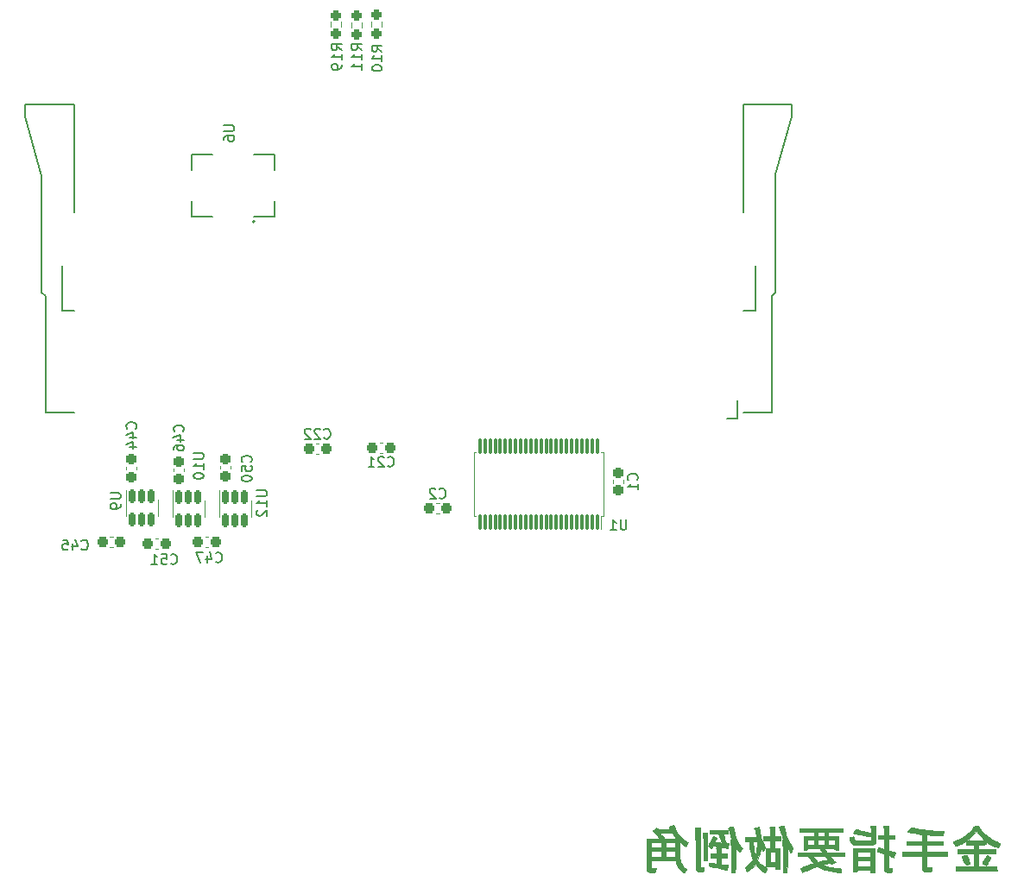
<source format=gbo>
%TF.GenerationSoftware,KiCad,Pcbnew,7.0.7*%
%TF.CreationDate,2023-09-18T11:19:49+03:00*%
%TF.ProjectId,wasca,77617363-612e-46b6-9963-61645f706362,1.6*%
%TF.SameCoordinates,Original*%
%TF.FileFunction,Legend,Bot*%
%TF.FilePolarity,Positive*%
%FSLAX46Y46*%
G04 Gerber Fmt 4.6, Leading zero omitted, Abs format (unit mm)*
G04 Created by KiCad (PCBNEW 7.0.7) date 2023-09-18 11:19:49*
%MOMM*%
%LPD*%
G01*
G04 APERTURE LIST*
G04 Aperture macros list*
%AMRoundRect*
0 Rectangle with rounded corners*
0 $1 Rounding radius*
0 $2 $3 $4 $5 $6 $7 $8 $9 X,Y pos of 4 corners*
0 Add a 4 corners polygon primitive as box body*
4,1,4,$2,$3,$4,$5,$6,$7,$8,$9,$2,$3,0*
0 Add four circle primitives for the rounded corners*
1,1,$1+$1,$2,$3*
1,1,$1+$1,$4,$5*
1,1,$1+$1,$6,$7*
1,1,$1+$1,$8,$9*
0 Add four rect primitives between the rounded corners*
20,1,$1+$1,$2,$3,$4,$5,0*
20,1,$1+$1,$4,$5,$6,$7,0*
20,1,$1+$1,$6,$7,$8,$9,0*
20,1,$1+$1,$8,$9,$2,$3,0*%
G04 Aperture macros list end*
%ADD10C,0.150000*%
%ADD11C,0.120000*%
%ADD12C,0.010000*%
%ADD13C,0.127000*%
%ADD14C,0.200000*%
%ADD15R,0.701040X7.000240*%
%ADD16R,0.701040X5.999480*%
%ADD17C,0.500000*%
%ADD18R,1.700000X1.700000*%
%ADD19O,1.700000X1.700000*%
%ADD20R,1.070000X1.800000*%
%ADD21O,1.070000X1.800000*%
%ADD22R,1.560000X1.560000*%
%ADD23C,1.560000*%
%ADD24C,1.100000*%
%ADD25C,1.600000*%
%ADD26RoundRect,0.237500X0.300000X0.237500X-0.300000X0.237500X-0.300000X-0.237500X0.300000X-0.237500X0*%
%ADD27RoundRect,0.237500X0.237500X-0.250000X0.237500X0.250000X-0.237500X0.250000X-0.237500X-0.250000X0*%
%ADD28RoundRect,0.237500X0.237500X-0.300000X0.237500X0.300000X-0.237500X0.300000X-0.237500X-0.300000X0*%
%ADD29RoundRect,0.150000X-0.150000X0.512500X-0.150000X-0.512500X0.150000X-0.512500X0.150000X0.512500X0*%
%ADD30RoundRect,0.237500X-0.300000X-0.237500X0.300000X-0.237500X0.300000X0.237500X-0.300000X0.237500X0*%
%ADD31RoundRect,0.075000X0.075000X-0.662500X0.075000X0.662500X-0.075000X0.662500X-0.075000X-0.662500X0*%
%ADD32R,4.500000X4.600000*%
%ADD33R,0.350000X2.000000*%
%ADD34C,0.614000*%
G04 APERTURE END LIST*
D10*
X63717857Y-130179580D02*
X63765476Y-130227200D01*
X63765476Y-130227200D02*
X63908333Y-130274819D01*
X63908333Y-130274819D02*
X64003571Y-130274819D01*
X64003571Y-130274819D02*
X64146428Y-130227200D01*
X64146428Y-130227200D02*
X64241666Y-130131961D01*
X64241666Y-130131961D02*
X64289285Y-130036723D01*
X64289285Y-130036723D02*
X64336904Y-129846247D01*
X64336904Y-129846247D02*
X64336904Y-129703390D01*
X64336904Y-129703390D02*
X64289285Y-129512914D01*
X64289285Y-129512914D02*
X64241666Y-129417676D01*
X64241666Y-129417676D02*
X64146428Y-129322438D01*
X64146428Y-129322438D02*
X64003571Y-129274819D01*
X64003571Y-129274819D02*
X63908333Y-129274819D01*
X63908333Y-129274819D02*
X63765476Y-129322438D01*
X63765476Y-129322438D02*
X63717857Y-129370057D01*
X63336904Y-129370057D02*
X63289285Y-129322438D01*
X63289285Y-129322438D02*
X63194047Y-129274819D01*
X63194047Y-129274819D02*
X62955952Y-129274819D01*
X62955952Y-129274819D02*
X62860714Y-129322438D01*
X62860714Y-129322438D02*
X62813095Y-129370057D01*
X62813095Y-129370057D02*
X62765476Y-129465295D01*
X62765476Y-129465295D02*
X62765476Y-129560533D01*
X62765476Y-129560533D02*
X62813095Y-129703390D01*
X62813095Y-129703390D02*
X63384523Y-130274819D01*
X63384523Y-130274819D02*
X62765476Y-130274819D01*
X62384523Y-129370057D02*
X62336904Y-129322438D01*
X62336904Y-129322438D02*
X62241666Y-129274819D01*
X62241666Y-129274819D02*
X62003571Y-129274819D01*
X62003571Y-129274819D02*
X61908333Y-129322438D01*
X61908333Y-129322438D02*
X61860714Y-129370057D01*
X61860714Y-129370057D02*
X61813095Y-129465295D01*
X61813095Y-129465295D02*
X61813095Y-129560533D01*
X61813095Y-129560533D02*
X61860714Y-129703390D01*
X61860714Y-129703390D02*
X62432142Y-130274819D01*
X62432142Y-130274819D02*
X61813095Y-130274819D01*
X67429819Y-92144641D02*
X66953628Y-91811308D01*
X67429819Y-91573213D02*
X66429819Y-91573213D01*
X66429819Y-91573213D02*
X66429819Y-91954165D01*
X66429819Y-91954165D02*
X66477438Y-92049403D01*
X66477438Y-92049403D02*
X66525057Y-92097022D01*
X66525057Y-92097022D02*
X66620295Y-92144641D01*
X66620295Y-92144641D02*
X66763152Y-92144641D01*
X66763152Y-92144641D02*
X66858390Y-92097022D01*
X66858390Y-92097022D02*
X66906009Y-92049403D01*
X66906009Y-92049403D02*
X66953628Y-91954165D01*
X66953628Y-91954165D02*
X66953628Y-91573213D01*
X67429819Y-93097022D02*
X67429819Y-92525594D01*
X67429819Y-92811308D02*
X66429819Y-92811308D01*
X66429819Y-92811308D02*
X66572676Y-92716070D01*
X66572676Y-92716070D02*
X66667914Y-92620832D01*
X66667914Y-92620832D02*
X66715533Y-92525594D01*
X67429819Y-94049403D02*
X67429819Y-93477975D01*
X67429819Y-93763689D02*
X66429819Y-93763689D01*
X66429819Y-93763689D02*
X66572676Y-93668451D01*
X66572676Y-93668451D02*
X66667914Y-93573213D01*
X66667914Y-93573213D02*
X66715533Y-93477975D01*
X75016666Y-136029580D02*
X75064285Y-136077200D01*
X75064285Y-136077200D02*
X75207142Y-136124819D01*
X75207142Y-136124819D02*
X75302380Y-136124819D01*
X75302380Y-136124819D02*
X75445237Y-136077200D01*
X75445237Y-136077200D02*
X75540475Y-135981961D01*
X75540475Y-135981961D02*
X75588094Y-135886723D01*
X75588094Y-135886723D02*
X75635713Y-135696247D01*
X75635713Y-135696247D02*
X75635713Y-135553390D01*
X75635713Y-135553390D02*
X75588094Y-135362914D01*
X75588094Y-135362914D02*
X75540475Y-135267676D01*
X75540475Y-135267676D02*
X75445237Y-135172438D01*
X75445237Y-135172438D02*
X75302380Y-135124819D01*
X75302380Y-135124819D02*
X75207142Y-135124819D01*
X75207142Y-135124819D02*
X75064285Y-135172438D01*
X75064285Y-135172438D02*
X75016666Y-135220057D01*
X74635713Y-135220057D02*
X74588094Y-135172438D01*
X74588094Y-135172438D02*
X74492856Y-135124819D01*
X74492856Y-135124819D02*
X74254761Y-135124819D01*
X74254761Y-135124819D02*
X74159523Y-135172438D01*
X74159523Y-135172438D02*
X74111904Y-135220057D01*
X74111904Y-135220057D02*
X74064285Y-135315295D01*
X74064285Y-135315295D02*
X74064285Y-135410533D01*
X74064285Y-135410533D02*
X74111904Y-135553390D01*
X74111904Y-135553390D02*
X74683332Y-136124819D01*
X74683332Y-136124819D02*
X74064285Y-136124819D01*
X94389580Y-134308333D02*
X94437200Y-134260714D01*
X94437200Y-134260714D02*
X94484819Y-134117857D01*
X94484819Y-134117857D02*
X94484819Y-134022619D01*
X94484819Y-134022619D02*
X94437200Y-133879762D01*
X94437200Y-133879762D02*
X94341961Y-133784524D01*
X94341961Y-133784524D02*
X94246723Y-133736905D01*
X94246723Y-133736905D02*
X94056247Y-133689286D01*
X94056247Y-133689286D02*
X93913390Y-133689286D01*
X93913390Y-133689286D02*
X93722914Y-133736905D01*
X93722914Y-133736905D02*
X93627676Y-133784524D01*
X93627676Y-133784524D02*
X93532438Y-133879762D01*
X93532438Y-133879762D02*
X93484819Y-134022619D01*
X93484819Y-134022619D02*
X93484819Y-134117857D01*
X93484819Y-134117857D02*
X93532438Y-134260714D01*
X93532438Y-134260714D02*
X93580057Y-134308333D01*
X94484819Y-135260714D02*
X94484819Y-134689286D01*
X94484819Y-134975000D02*
X93484819Y-134975000D01*
X93484819Y-134975000D02*
X93627676Y-134879762D01*
X93627676Y-134879762D02*
X93722914Y-134784524D01*
X93722914Y-134784524D02*
X93770533Y-134689286D01*
X42754819Y-135588095D02*
X43564342Y-135588095D01*
X43564342Y-135588095D02*
X43659580Y-135635714D01*
X43659580Y-135635714D02*
X43707200Y-135683333D01*
X43707200Y-135683333D02*
X43754819Y-135778571D01*
X43754819Y-135778571D02*
X43754819Y-135969047D01*
X43754819Y-135969047D02*
X43707200Y-136064285D01*
X43707200Y-136064285D02*
X43659580Y-136111904D01*
X43659580Y-136111904D02*
X43564342Y-136159523D01*
X43564342Y-136159523D02*
X42754819Y-136159523D01*
X43754819Y-136683333D02*
X43754819Y-136873809D01*
X43754819Y-136873809D02*
X43707200Y-136969047D01*
X43707200Y-136969047D02*
X43659580Y-137016666D01*
X43659580Y-137016666D02*
X43516723Y-137111904D01*
X43516723Y-137111904D02*
X43326247Y-137159523D01*
X43326247Y-137159523D02*
X42945295Y-137159523D01*
X42945295Y-137159523D02*
X42850057Y-137111904D01*
X42850057Y-137111904D02*
X42802438Y-137064285D01*
X42802438Y-137064285D02*
X42754819Y-136969047D01*
X42754819Y-136969047D02*
X42754819Y-136778571D01*
X42754819Y-136778571D02*
X42802438Y-136683333D01*
X42802438Y-136683333D02*
X42850057Y-136635714D01*
X42850057Y-136635714D02*
X42945295Y-136588095D01*
X42945295Y-136588095D02*
X43183390Y-136588095D01*
X43183390Y-136588095D02*
X43278628Y-136635714D01*
X43278628Y-136635714D02*
X43326247Y-136683333D01*
X43326247Y-136683333D02*
X43373866Y-136778571D01*
X43373866Y-136778571D02*
X43373866Y-136969047D01*
X43373866Y-136969047D02*
X43326247Y-137064285D01*
X43326247Y-137064285D02*
X43278628Y-137111904D01*
X43278628Y-137111904D02*
X43183390Y-137159523D01*
X57129819Y-135311905D02*
X57939342Y-135311905D01*
X57939342Y-135311905D02*
X58034580Y-135359524D01*
X58034580Y-135359524D02*
X58082200Y-135407143D01*
X58082200Y-135407143D02*
X58129819Y-135502381D01*
X58129819Y-135502381D02*
X58129819Y-135692857D01*
X58129819Y-135692857D02*
X58082200Y-135788095D01*
X58082200Y-135788095D02*
X58034580Y-135835714D01*
X58034580Y-135835714D02*
X57939342Y-135883333D01*
X57939342Y-135883333D02*
X57129819Y-135883333D01*
X58129819Y-136883333D02*
X58129819Y-136311905D01*
X58129819Y-136597619D02*
X57129819Y-136597619D01*
X57129819Y-136597619D02*
X57272676Y-136502381D01*
X57272676Y-136502381D02*
X57367914Y-136407143D01*
X57367914Y-136407143D02*
X57415533Y-136311905D01*
X57225057Y-137264286D02*
X57177438Y-137311905D01*
X57177438Y-137311905D02*
X57129819Y-137407143D01*
X57129819Y-137407143D02*
X57129819Y-137645238D01*
X57129819Y-137645238D02*
X57177438Y-137740476D01*
X57177438Y-137740476D02*
X57225057Y-137788095D01*
X57225057Y-137788095D02*
X57320295Y-137835714D01*
X57320295Y-137835714D02*
X57415533Y-137835714D01*
X57415533Y-137835714D02*
X57558390Y-137788095D01*
X57558390Y-137788095D02*
X58129819Y-137216667D01*
X58129819Y-137216667D02*
X58129819Y-137835714D01*
X56534580Y-132532142D02*
X56582200Y-132484523D01*
X56582200Y-132484523D02*
X56629819Y-132341666D01*
X56629819Y-132341666D02*
X56629819Y-132246428D01*
X56629819Y-132246428D02*
X56582200Y-132103571D01*
X56582200Y-132103571D02*
X56486961Y-132008333D01*
X56486961Y-132008333D02*
X56391723Y-131960714D01*
X56391723Y-131960714D02*
X56201247Y-131913095D01*
X56201247Y-131913095D02*
X56058390Y-131913095D01*
X56058390Y-131913095D02*
X55867914Y-131960714D01*
X55867914Y-131960714D02*
X55772676Y-132008333D01*
X55772676Y-132008333D02*
X55677438Y-132103571D01*
X55677438Y-132103571D02*
X55629819Y-132246428D01*
X55629819Y-132246428D02*
X55629819Y-132341666D01*
X55629819Y-132341666D02*
X55677438Y-132484523D01*
X55677438Y-132484523D02*
X55725057Y-132532142D01*
X55629819Y-133436904D02*
X55629819Y-132960714D01*
X55629819Y-132960714D02*
X56106009Y-132913095D01*
X56106009Y-132913095D02*
X56058390Y-132960714D01*
X56058390Y-132960714D02*
X56010771Y-133055952D01*
X56010771Y-133055952D02*
X56010771Y-133294047D01*
X56010771Y-133294047D02*
X56058390Y-133389285D01*
X56058390Y-133389285D02*
X56106009Y-133436904D01*
X56106009Y-133436904D02*
X56201247Y-133484523D01*
X56201247Y-133484523D02*
X56439342Y-133484523D01*
X56439342Y-133484523D02*
X56534580Y-133436904D01*
X56534580Y-133436904D02*
X56582200Y-133389285D01*
X56582200Y-133389285D02*
X56629819Y-133294047D01*
X56629819Y-133294047D02*
X56629819Y-133055952D01*
X56629819Y-133055952D02*
X56582200Y-132960714D01*
X56582200Y-132960714D02*
X56534580Y-132913095D01*
X55629819Y-134103571D02*
X55629819Y-134198809D01*
X55629819Y-134198809D02*
X55677438Y-134294047D01*
X55677438Y-134294047D02*
X55725057Y-134341666D01*
X55725057Y-134341666D02*
X55820295Y-134389285D01*
X55820295Y-134389285D02*
X56010771Y-134436904D01*
X56010771Y-134436904D02*
X56248866Y-134436904D01*
X56248866Y-134436904D02*
X56439342Y-134389285D01*
X56439342Y-134389285D02*
X56534580Y-134341666D01*
X56534580Y-134341666D02*
X56582200Y-134294047D01*
X56582200Y-134294047D02*
X56629819Y-134198809D01*
X56629819Y-134198809D02*
X56629819Y-134103571D01*
X56629819Y-134103571D02*
X56582200Y-134008333D01*
X56582200Y-134008333D02*
X56534580Y-133960714D01*
X56534580Y-133960714D02*
X56439342Y-133913095D01*
X56439342Y-133913095D02*
X56248866Y-133865476D01*
X56248866Y-133865476D02*
X56010771Y-133865476D01*
X56010771Y-133865476D02*
X55820295Y-133913095D01*
X55820295Y-133913095D02*
X55725057Y-133960714D01*
X55725057Y-133960714D02*
X55677438Y-134008333D01*
X55677438Y-134008333D02*
X55629819Y-134103571D01*
X49859580Y-129532142D02*
X49907200Y-129484523D01*
X49907200Y-129484523D02*
X49954819Y-129341666D01*
X49954819Y-129341666D02*
X49954819Y-129246428D01*
X49954819Y-129246428D02*
X49907200Y-129103571D01*
X49907200Y-129103571D02*
X49811961Y-129008333D01*
X49811961Y-129008333D02*
X49716723Y-128960714D01*
X49716723Y-128960714D02*
X49526247Y-128913095D01*
X49526247Y-128913095D02*
X49383390Y-128913095D01*
X49383390Y-128913095D02*
X49192914Y-128960714D01*
X49192914Y-128960714D02*
X49097676Y-129008333D01*
X49097676Y-129008333D02*
X49002438Y-129103571D01*
X49002438Y-129103571D02*
X48954819Y-129246428D01*
X48954819Y-129246428D02*
X48954819Y-129341666D01*
X48954819Y-129341666D02*
X49002438Y-129484523D01*
X49002438Y-129484523D02*
X49050057Y-129532142D01*
X49288152Y-130389285D02*
X49954819Y-130389285D01*
X48907200Y-130151190D02*
X49621485Y-129913095D01*
X49621485Y-129913095D02*
X49621485Y-130532142D01*
X48954819Y-131341666D02*
X48954819Y-131151190D01*
X48954819Y-131151190D02*
X49002438Y-131055952D01*
X49002438Y-131055952D02*
X49050057Y-131008333D01*
X49050057Y-131008333D02*
X49192914Y-130913095D01*
X49192914Y-130913095D02*
X49383390Y-130865476D01*
X49383390Y-130865476D02*
X49764342Y-130865476D01*
X49764342Y-130865476D02*
X49859580Y-130913095D01*
X49859580Y-130913095D02*
X49907200Y-130960714D01*
X49907200Y-130960714D02*
X49954819Y-131055952D01*
X49954819Y-131055952D02*
X49954819Y-131246428D01*
X49954819Y-131246428D02*
X49907200Y-131341666D01*
X49907200Y-131341666D02*
X49859580Y-131389285D01*
X49859580Y-131389285D02*
X49764342Y-131436904D01*
X49764342Y-131436904D02*
X49526247Y-131436904D01*
X49526247Y-131436904D02*
X49431009Y-131389285D01*
X49431009Y-131389285D02*
X49383390Y-131341666D01*
X49383390Y-131341666D02*
X49335771Y-131246428D01*
X49335771Y-131246428D02*
X49335771Y-131055952D01*
X49335771Y-131055952D02*
X49383390Y-130960714D01*
X49383390Y-130960714D02*
X49431009Y-130913095D01*
X49431009Y-130913095D02*
X49526247Y-130865476D01*
X45234580Y-129257142D02*
X45282200Y-129209523D01*
X45282200Y-129209523D02*
X45329819Y-129066666D01*
X45329819Y-129066666D02*
X45329819Y-128971428D01*
X45329819Y-128971428D02*
X45282200Y-128828571D01*
X45282200Y-128828571D02*
X45186961Y-128733333D01*
X45186961Y-128733333D02*
X45091723Y-128685714D01*
X45091723Y-128685714D02*
X44901247Y-128638095D01*
X44901247Y-128638095D02*
X44758390Y-128638095D01*
X44758390Y-128638095D02*
X44567914Y-128685714D01*
X44567914Y-128685714D02*
X44472676Y-128733333D01*
X44472676Y-128733333D02*
X44377438Y-128828571D01*
X44377438Y-128828571D02*
X44329819Y-128971428D01*
X44329819Y-128971428D02*
X44329819Y-129066666D01*
X44329819Y-129066666D02*
X44377438Y-129209523D01*
X44377438Y-129209523D02*
X44425057Y-129257142D01*
X44663152Y-130114285D02*
X45329819Y-130114285D01*
X44282200Y-129876190D02*
X44996485Y-129638095D01*
X44996485Y-129638095D02*
X44996485Y-130257142D01*
X44663152Y-131066666D02*
X45329819Y-131066666D01*
X44282200Y-130828571D02*
X44996485Y-130590476D01*
X44996485Y-130590476D02*
X44996485Y-131209523D01*
X48692857Y-142484580D02*
X48740476Y-142532200D01*
X48740476Y-142532200D02*
X48883333Y-142579819D01*
X48883333Y-142579819D02*
X48978571Y-142579819D01*
X48978571Y-142579819D02*
X49121428Y-142532200D01*
X49121428Y-142532200D02*
X49216666Y-142436961D01*
X49216666Y-142436961D02*
X49264285Y-142341723D01*
X49264285Y-142341723D02*
X49311904Y-142151247D01*
X49311904Y-142151247D02*
X49311904Y-142008390D01*
X49311904Y-142008390D02*
X49264285Y-141817914D01*
X49264285Y-141817914D02*
X49216666Y-141722676D01*
X49216666Y-141722676D02*
X49121428Y-141627438D01*
X49121428Y-141627438D02*
X48978571Y-141579819D01*
X48978571Y-141579819D02*
X48883333Y-141579819D01*
X48883333Y-141579819D02*
X48740476Y-141627438D01*
X48740476Y-141627438D02*
X48692857Y-141675057D01*
X47788095Y-141579819D02*
X48264285Y-141579819D01*
X48264285Y-141579819D02*
X48311904Y-142056009D01*
X48311904Y-142056009D02*
X48264285Y-142008390D01*
X48264285Y-142008390D02*
X48169047Y-141960771D01*
X48169047Y-141960771D02*
X47930952Y-141960771D01*
X47930952Y-141960771D02*
X47835714Y-142008390D01*
X47835714Y-142008390D02*
X47788095Y-142056009D01*
X47788095Y-142056009D02*
X47740476Y-142151247D01*
X47740476Y-142151247D02*
X47740476Y-142389342D01*
X47740476Y-142389342D02*
X47788095Y-142484580D01*
X47788095Y-142484580D02*
X47835714Y-142532200D01*
X47835714Y-142532200D02*
X47930952Y-142579819D01*
X47930952Y-142579819D02*
X48169047Y-142579819D01*
X48169047Y-142579819D02*
X48264285Y-142532200D01*
X48264285Y-142532200D02*
X48311904Y-142484580D01*
X46788095Y-142579819D02*
X47359523Y-142579819D01*
X47073809Y-142579819D02*
X47073809Y-141579819D01*
X47073809Y-141579819D02*
X47169047Y-141722676D01*
X47169047Y-141722676D02*
X47264285Y-141817914D01*
X47264285Y-141817914D02*
X47359523Y-141865533D01*
X53092857Y-142309580D02*
X53140476Y-142357200D01*
X53140476Y-142357200D02*
X53283333Y-142404819D01*
X53283333Y-142404819D02*
X53378571Y-142404819D01*
X53378571Y-142404819D02*
X53521428Y-142357200D01*
X53521428Y-142357200D02*
X53616666Y-142261961D01*
X53616666Y-142261961D02*
X53664285Y-142166723D01*
X53664285Y-142166723D02*
X53711904Y-141976247D01*
X53711904Y-141976247D02*
X53711904Y-141833390D01*
X53711904Y-141833390D02*
X53664285Y-141642914D01*
X53664285Y-141642914D02*
X53616666Y-141547676D01*
X53616666Y-141547676D02*
X53521428Y-141452438D01*
X53521428Y-141452438D02*
X53378571Y-141404819D01*
X53378571Y-141404819D02*
X53283333Y-141404819D01*
X53283333Y-141404819D02*
X53140476Y-141452438D01*
X53140476Y-141452438D02*
X53092857Y-141500057D01*
X52235714Y-141738152D02*
X52235714Y-142404819D01*
X52473809Y-141357200D02*
X52711904Y-142071485D01*
X52711904Y-142071485D02*
X52092857Y-142071485D01*
X51807142Y-141404819D02*
X51140476Y-141404819D01*
X51140476Y-141404819D02*
X51569047Y-142404819D01*
X39942857Y-141084580D02*
X39990476Y-141132200D01*
X39990476Y-141132200D02*
X40133333Y-141179819D01*
X40133333Y-141179819D02*
X40228571Y-141179819D01*
X40228571Y-141179819D02*
X40371428Y-141132200D01*
X40371428Y-141132200D02*
X40466666Y-141036961D01*
X40466666Y-141036961D02*
X40514285Y-140941723D01*
X40514285Y-140941723D02*
X40561904Y-140751247D01*
X40561904Y-140751247D02*
X40561904Y-140608390D01*
X40561904Y-140608390D02*
X40514285Y-140417914D01*
X40514285Y-140417914D02*
X40466666Y-140322676D01*
X40466666Y-140322676D02*
X40371428Y-140227438D01*
X40371428Y-140227438D02*
X40228571Y-140179819D01*
X40228571Y-140179819D02*
X40133333Y-140179819D01*
X40133333Y-140179819D02*
X39990476Y-140227438D01*
X39990476Y-140227438D02*
X39942857Y-140275057D01*
X39085714Y-140513152D02*
X39085714Y-141179819D01*
X39323809Y-140132200D02*
X39561904Y-140846485D01*
X39561904Y-140846485D02*
X38942857Y-140846485D01*
X38085714Y-140179819D02*
X38561904Y-140179819D01*
X38561904Y-140179819D02*
X38609523Y-140656009D01*
X38609523Y-140656009D02*
X38561904Y-140608390D01*
X38561904Y-140608390D02*
X38466666Y-140560771D01*
X38466666Y-140560771D02*
X38228571Y-140560771D01*
X38228571Y-140560771D02*
X38133333Y-140608390D01*
X38133333Y-140608390D02*
X38085714Y-140656009D01*
X38085714Y-140656009D02*
X38038095Y-140751247D01*
X38038095Y-140751247D02*
X38038095Y-140989342D01*
X38038095Y-140989342D02*
X38085714Y-141084580D01*
X38085714Y-141084580D02*
X38133333Y-141132200D01*
X38133333Y-141132200D02*
X38228571Y-141179819D01*
X38228571Y-141179819D02*
X38466666Y-141179819D01*
X38466666Y-141179819D02*
X38561904Y-141132200D01*
X38561904Y-141132200D02*
X38609523Y-141084580D01*
X50904819Y-131661905D02*
X51714342Y-131661905D01*
X51714342Y-131661905D02*
X51809580Y-131709524D01*
X51809580Y-131709524D02*
X51857200Y-131757143D01*
X51857200Y-131757143D02*
X51904819Y-131852381D01*
X51904819Y-131852381D02*
X51904819Y-132042857D01*
X51904819Y-132042857D02*
X51857200Y-132138095D01*
X51857200Y-132138095D02*
X51809580Y-132185714D01*
X51809580Y-132185714D02*
X51714342Y-132233333D01*
X51714342Y-132233333D02*
X50904819Y-132233333D01*
X51904819Y-133233333D02*
X51904819Y-132661905D01*
X51904819Y-132947619D02*
X50904819Y-132947619D01*
X50904819Y-132947619D02*
X51047676Y-132852381D01*
X51047676Y-132852381D02*
X51142914Y-132757143D01*
X51142914Y-132757143D02*
X51190533Y-132661905D01*
X50904819Y-133852381D02*
X50904819Y-133947619D01*
X50904819Y-133947619D02*
X50952438Y-134042857D01*
X50952438Y-134042857D02*
X51000057Y-134090476D01*
X51000057Y-134090476D02*
X51095295Y-134138095D01*
X51095295Y-134138095D02*
X51285771Y-134185714D01*
X51285771Y-134185714D02*
X51523866Y-134185714D01*
X51523866Y-134185714D02*
X51714342Y-134138095D01*
X51714342Y-134138095D02*
X51809580Y-134090476D01*
X51809580Y-134090476D02*
X51857200Y-134042857D01*
X51857200Y-134042857D02*
X51904819Y-133947619D01*
X51904819Y-133947619D02*
X51904819Y-133852381D01*
X51904819Y-133852381D02*
X51857200Y-133757143D01*
X51857200Y-133757143D02*
X51809580Y-133709524D01*
X51809580Y-133709524D02*
X51714342Y-133661905D01*
X51714342Y-133661905D02*
X51523866Y-133614286D01*
X51523866Y-133614286D02*
X51285771Y-133614286D01*
X51285771Y-133614286D02*
X51095295Y-133661905D01*
X51095295Y-133661905D02*
X51000057Y-133709524D01*
X51000057Y-133709524D02*
X50952438Y-133757143D01*
X50952438Y-133757143D02*
X50904819Y-133852381D01*
X69967857Y-132914580D02*
X70015476Y-132962200D01*
X70015476Y-132962200D02*
X70158333Y-133009819D01*
X70158333Y-133009819D02*
X70253571Y-133009819D01*
X70253571Y-133009819D02*
X70396428Y-132962200D01*
X70396428Y-132962200D02*
X70491666Y-132866961D01*
X70491666Y-132866961D02*
X70539285Y-132771723D01*
X70539285Y-132771723D02*
X70586904Y-132581247D01*
X70586904Y-132581247D02*
X70586904Y-132438390D01*
X70586904Y-132438390D02*
X70539285Y-132247914D01*
X70539285Y-132247914D02*
X70491666Y-132152676D01*
X70491666Y-132152676D02*
X70396428Y-132057438D01*
X70396428Y-132057438D02*
X70253571Y-132009819D01*
X70253571Y-132009819D02*
X70158333Y-132009819D01*
X70158333Y-132009819D02*
X70015476Y-132057438D01*
X70015476Y-132057438D02*
X69967857Y-132105057D01*
X69586904Y-132105057D02*
X69539285Y-132057438D01*
X69539285Y-132057438D02*
X69444047Y-132009819D01*
X69444047Y-132009819D02*
X69205952Y-132009819D01*
X69205952Y-132009819D02*
X69110714Y-132057438D01*
X69110714Y-132057438D02*
X69063095Y-132105057D01*
X69063095Y-132105057D02*
X69015476Y-132200295D01*
X69015476Y-132200295D02*
X69015476Y-132295533D01*
X69015476Y-132295533D02*
X69063095Y-132438390D01*
X69063095Y-132438390D02*
X69634523Y-133009819D01*
X69634523Y-133009819D02*
X69015476Y-133009819D01*
X68063095Y-133009819D02*
X68634523Y-133009819D01*
X68348809Y-133009819D02*
X68348809Y-132009819D01*
X68348809Y-132009819D02*
X68444047Y-132152676D01*
X68444047Y-132152676D02*
X68539285Y-132247914D01*
X68539285Y-132247914D02*
X68634523Y-132295533D01*
X69404819Y-92269641D02*
X68928628Y-91936308D01*
X69404819Y-91698213D02*
X68404819Y-91698213D01*
X68404819Y-91698213D02*
X68404819Y-92079165D01*
X68404819Y-92079165D02*
X68452438Y-92174403D01*
X68452438Y-92174403D02*
X68500057Y-92222022D01*
X68500057Y-92222022D02*
X68595295Y-92269641D01*
X68595295Y-92269641D02*
X68738152Y-92269641D01*
X68738152Y-92269641D02*
X68833390Y-92222022D01*
X68833390Y-92222022D02*
X68881009Y-92174403D01*
X68881009Y-92174403D02*
X68928628Y-92079165D01*
X68928628Y-92079165D02*
X68928628Y-91698213D01*
X69404819Y-93222022D02*
X69404819Y-92650594D01*
X69404819Y-92936308D02*
X68404819Y-92936308D01*
X68404819Y-92936308D02*
X68547676Y-92841070D01*
X68547676Y-92841070D02*
X68642914Y-92745832D01*
X68642914Y-92745832D02*
X68690533Y-92650594D01*
X68404819Y-93841070D02*
X68404819Y-93936308D01*
X68404819Y-93936308D02*
X68452438Y-94031546D01*
X68452438Y-94031546D02*
X68500057Y-94079165D01*
X68500057Y-94079165D02*
X68595295Y-94126784D01*
X68595295Y-94126784D02*
X68785771Y-94174403D01*
X68785771Y-94174403D02*
X69023866Y-94174403D01*
X69023866Y-94174403D02*
X69214342Y-94126784D01*
X69214342Y-94126784D02*
X69309580Y-94079165D01*
X69309580Y-94079165D02*
X69357200Y-94031546D01*
X69357200Y-94031546D02*
X69404819Y-93936308D01*
X69404819Y-93936308D02*
X69404819Y-93841070D01*
X69404819Y-93841070D02*
X69357200Y-93745832D01*
X69357200Y-93745832D02*
X69309580Y-93698213D01*
X69309580Y-93698213D02*
X69214342Y-93650594D01*
X69214342Y-93650594D02*
X69023866Y-93602975D01*
X69023866Y-93602975D02*
X68785771Y-93602975D01*
X68785771Y-93602975D02*
X68595295Y-93650594D01*
X68595295Y-93650594D02*
X68500057Y-93698213D01*
X68500057Y-93698213D02*
X68452438Y-93745832D01*
X68452438Y-93745832D02*
X68404819Y-93841070D01*
X93361904Y-138204819D02*
X93361904Y-139014342D01*
X93361904Y-139014342D02*
X93314285Y-139109580D01*
X93314285Y-139109580D02*
X93266666Y-139157200D01*
X93266666Y-139157200D02*
X93171428Y-139204819D01*
X93171428Y-139204819D02*
X92980952Y-139204819D01*
X92980952Y-139204819D02*
X92885714Y-139157200D01*
X92885714Y-139157200D02*
X92838095Y-139109580D01*
X92838095Y-139109580D02*
X92790476Y-139014342D01*
X92790476Y-139014342D02*
X92790476Y-138204819D01*
X91790476Y-139204819D02*
X92361904Y-139204819D01*
X92076190Y-139204819D02*
X92076190Y-138204819D01*
X92076190Y-138204819D02*
X92171428Y-138347676D01*
X92171428Y-138347676D02*
X92266666Y-138442914D01*
X92266666Y-138442914D02*
X92361904Y-138490533D01*
X65454819Y-92144642D02*
X64978628Y-91811309D01*
X65454819Y-91573214D02*
X64454819Y-91573214D01*
X64454819Y-91573214D02*
X64454819Y-91954166D01*
X64454819Y-91954166D02*
X64502438Y-92049404D01*
X64502438Y-92049404D02*
X64550057Y-92097023D01*
X64550057Y-92097023D02*
X64645295Y-92144642D01*
X64645295Y-92144642D02*
X64788152Y-92144642D01*
X64788152Y-92144642D02*
X64883390Y-92097023D01*
X64883390Y-92097023D02*
X64931009Y-92049404D01*
X64931009Y-92049404D02*
X64978628Y-91954166D01*
X64978628Y-91954166D02*
X64978628Y-91573214D01*
X65454819Y-93097023D02*
X65454819Y-92525595D01*
X65454819Y-92811309D02*
X64454819Y-92811309D01*
X64454819Y-92811309D02*
X64597676Y-92716071D01*
X64597676Y-92716071D02*
X64692914Y-92620833D01*
X64692914Y-92620833D02*
X64740533Y-92525595D01*
X65454819Y-93573214D02*
X65454819Y-93763690D01*
X65454819Y-93763690D02*
X65407200Y-93858928D01*
X65407200Y-93858928D02*
X65359580Y-93906547D01*
X65359580Y-93906547D02*
X65216723Y-94001785D01*
X65216723Y-94001785D02*
X65026247Y-94049404D01*
X65026247Y-94049404D02*
X64645295Y-94049404D01*
X64645295Y-94049404D02*
X64550057Y-94001785D01*
X64550057Y-94001785D02*
X64502438Y-93954166D01*
X64502438Y-93954166D02*
X64454819Y-93858928D01*
X64454819Y-93858928D02*
X64454819Y-93668452D01*
X64454819Y-93668452D02*
X64502438Y-93573214D01*
X64502438Y-93573214D02*
X64550057Y-93525595D01*
X64550057Y-93525595D02*
X64645295Y-93477976D01*
X64645295Y-93477976D02*
X64883390Y-93477976D01*
X64883390Y-93477976D02*
X64978628Y-93525595D01*
X64978628Y-93525595D02*
X65026247Y-93573214D01*
X65026247Y-93573214D02*
X65073866Y-93668452D01*
X65073866Y-93668452D02*
X65073866Y-93858928D01*
X65073866Y-93858928D02*
X65026247Y-93954166D01*
X65026247Y-93954166D02*
X64978628Y-94001785D01*
X64978628Y-94001785D02*
X64883390Y-94049404D01*
X53904819Y-99488095D02*
X54714342Y-99488095D01*
X54714342Y-99488095D02*
X54809580Y-99535714D01*
X54809580Y-99535714D02*
X54857200Y-99583333D01*
X54857200Y-99583333D02*
X54904819Y-99678571D01*
X54904819Y-99678571D02*
X54904819Y-99869047D01*
X54904819Y-99869047D02*
X54857200Y-99964285D01*
X54857200Y-99964285D02*
X54809580Y-100011904D01*
X54809580Y-100011904D02*
X54714342Y-100059523D01*
X54714342Y-100059523D02*
X53904819Y-100059523D01*
X53904819Y-100964285D02*
X53904819Y-100773809D01*
X53904819Y-100773809D02*
X53952438Y-100678571D01*
X53952438Y-100678571D02*
X54000057Y-100630952D01*
X54000057Y-100630952D02*
X54142914Y-100535714D01*
X54142914Y-100535714D02*
X54333390Y-100488095D01*
X54333390Y-100488095D02*
X54714342Y-100488095D01*
X54714342Y-100488095D02*
X54809580Y-100535714D01*
X54809580Y-100535714D02*
X54857200Y-100583333D01*
X54857200Y-100583333D02*
X54904819Y-100678571D01*
X54904819Y-100678571D02*
X54904819Y-100869047D01*
X54904819Y-100869047D02*
X54857200Y-100964285D01*
X54857200Y-100964285D02*
X54809580Y-101011904D01*
X54809580Y-101011904D02*
X54714342Y-101059523D01*
X54714342Y-101059523D02*
X54476247Y-101059523D01*
X54476247Y-101059523D02*
X54381009Y-101011904D01*
X54381009Y-101011904D02*
X54333390Y-100964285D01*
X54333390Y-100964285D02*
X54285771Y-100869047D01*
X54285771Y-100869047D02*
X54285771Y-100678571D01*
X54285771Y-100678571D02*
X54333390Y-100583333D01*
X54333390Y-100583333D02*
X54381009Y-100535714D01*
X54381009Y-100535714D02*
X54476247Y-100488095D01*
D11*
%TO.C,C22*%
X63221267Y-131760000D02*
X62928733Y-131760000D01*
X63221267Y-130740000D02*
X62928733Y-130740000D01*
%TO.C,R11*%
X66377500Y-89942224D02*
X66377500Y-89432776D01*
X67422500Y-89942224D02*
X67422500Y-89432776D01*
%TO.C,C2*%
X74996267Y-137610000D02*
X74703733Y-137610000D01*
X74996267Y-136590000D02*
X74703733Y-136590000D01*
%TO.C,C1*%
X92090000Y-134621267D02*
X92090000Y-134328733D01*
X93110000Y-134621267D02*
X93110000Y-134328733D01*
%TO.C,U9*%
X47409500Y-137076000D02*
X47409500Y-136276000D01*
X47409500Y-137076000D02*
X47409500Y-137876000D01*
X44289500Y-137076000D02*
X44289500Y-135276000D01*
X44289500Y-137076000D02*
X44289500Y-137876000D01*
%TO.C,U12*%
X56551000Y-137096500D02*
X56551000Y-136296500D01*
X56551000Y-137096500D02*
X56551000Y-137896500D01*
X53431000Y-137096500D02*
X53431000Y-135296500D01*
X53431000Y-137096500D02*
X53431000Y-137896500D01*
%TO.C,C50*%
X53528500Y-133228267D02*
X53528500Y-132935733D01*
X54548500Y-133228267D02*
X54548500Y-132935733D01*
%TO.C,C46*%
X48956500Y-133482267D02*
X48956500Y-133189733D01*
X49976500Y-133482267D02*
X49976500Y-133189733D01*
%TO.C,C44*%
X44321000Y-133291767D02*
X44321000Y-132999233D01*
X45341000Y-133291767D02*
X45341000Y-132999233D01*
%TO.C,C51*%
X47467768Y-141035500D02*
X47175234Y-141035500D01*
X47467768Y-140015500D02*
X47175234Y-140015500D01*
%TO.C,C47*%
X52357267Y-140908500D02*
X52064733Y-140908500D01*
X52357267Y-139888500D02*
X52064733Y-139888500D01*
%TO.C,C45*%
X43022767Y-140908500D02*
X42730233Y-140908500D01*
X43022767Y-139888500D02*
X42730233Y-139888500D01*
%TO.C,U10*%
X51979000Y-137096500D02*
X51979000Y-136296500D01*
X51979000Y-137096500D02*
X51979000Y-137896500D01*
X48859000Y-137096500D02*
X48859000Y-135296500D01*
X48859000Y-137096500D02*
X48859000Y-137896500D01*
%TO.C,C21*%
X69178733Y-130615000D02*
X69471267Y-130615000D01*
X69178733Y-131635000D02*
X69471267Y-131635000D01*
%TO.C,R10*%
X68327500Y-89842224D02*
X68327500Y-89332776D01*
X69372500Y-89842224D02*
X69372500Y-89332776D01*
%TO.C,CHAMFER_WARN2*%
D12*
X101291334Y-171643000D02*
X100910334Y-171643000D01*
X100910334Y-170334129D01*
X100910185Y-170193098D01*
X100908728Y-169875545D01*
X100905878Y-169588160D01*
X100901841Y-169341843D01*
X100896820Y-169147494D01*
X100891017Y-169016011D01*
X100884638Y-168958295D01*
X100880817Y-168946671D01*
X100888872Y-168912033D01*
X100948106Y-168895534D01*
X101075138Y-168891333D01*
X101291334Y-168891333D01*
X101291334Y-171643000D01*
G36*
X101291334Y-171643000D02*
G01*
X100910334Y-171643000D01*
X100910334Y-170334129D01*
X100910185Y-170193098D01*
X100908728Y-169875545D01*
X100905878Y-169588160D01*
X100901841Y-169341843D01*
X100896820Y-169147494D01*
X100891017Y-169016011D01*
X100884638Y-168958295D01*
X100880817Y-168946671D01*
X100888872Y-168912033D01*
X100948106Y-168895534D01*
X101075138Y-168891333D01*
X101291334Y-168891333D01*
X101291334Y-171643000D01*
G37*
X128863481Y-171225317D02*
X128919031Y-171253647D01*
X129012897Y-171303321D01*
X129057407Y-171329637D01*
X129054318Y-171349902D01*
X129022604Y-171432462D01*
X128964778Y-171562622D01*
X128888073Y-171723557D01*
X128834055Y-171831013D01*
X128758580Y-171971679D01*
X128700321Y-172068705D01*
X128668731Y-172105623D01*
X128619631Y-172097078D01*
X128522414Y-172053824D01*
X128417794Y-171990233D01*
X128334185Y-171924186D01*
X128300000Y-171873565D01*
X128300012Y-171872512D01*
X128320939Y-171794571D01*
X128373739Y-171669215D01*
X128446507Y-171520765D01*
X128527338Y-171373541D01*
X128604327Y-171251864D01*
X128686128Y-171135895D01*
X128863481Y-171225317D01*
G36*
X128863481Y-171225317D02*
G01*
X128919031Y-171253647D01*
X129012897Y-171303321D01*
X129057407Y-171329637D01*
X129054318Y-171349902D01*
X129022604Y-171432462D01*
X128964778Y-171562622D01*
X128888073Y-171723557D01*
X128834055Y-171831013D01*
X128758580Y-171971679D01*
X128700321Y-172068705D01*
X128668731Y-172105623D01*
X128619631Y-172097078D01*
X128522414Y-172053824D01*
X128417794Y-171990233D01*
X128334185Y-171924186D01*
X128300000Y-171873565D01*
X128300012Y-171872512D01*
X128320939Y-171794571D01*
X128373739Y-171669215D01*
X128446507Y-171520765D01*
X128527338Y-171373541D01*
X128604327Y-171251864D01*
X128686128Y-171135895D01*
X128863481Y-171225317D01*
G37*
X126748627Y-171085077D02*
X126753714Y-171096041D01*
X126781269Y-171170971D01*
X126818164Y-171283166D01*
X126848414Y-171372559D01*
X126908705Y-171535455D01*
X126974358Y-171700504D01*
X127022070Y-171820685D01*
X127056105Y-171917957D01*
X127064218Y-171959292D01*
X127049978Y-171966146D01*
X126975109Y-171994574D01*
X126860667Y-172034501D01*
X126795087Y-172055887D01*
X126710423Y-172072946D01*
X126647280Y-172056302D01*
X126592350Y-171994755D01*
X126532325Y-171877104D01*
X126453897Y-171692150D01*
X126452351Y-171688422D01*
X126386382Y-171538670D01*
X126325033Y-171414813D01*
X126281401Y-171343333D01*
X126249587Y-171300765D01*
X126225667Y-171251969D01*
X126225997Y-171250189D01*
X126268506Y-171221452D01*
X126363949Y-171182002D01*
X126486004Y-171140240D01*
X126608350Y-171104566D01*
X126704665Y-171083378D01*
X126748627Y-171085077D01*
G36*
X126748627Y-171085077D02*
G01*
X126753714Y-171096041D01*
X126781269Y-171170971D01*
X126818164Y-171283166D01*
X126848414Y-171372559D01*
X126908705Y-171535455D01*
X126974358Y-171700504D01*
X127022070Y-171820685D01*
X127056105Y-171917957D01*
X127064218Y-171959292D01*
X127049978Y-171966146D01*
X126975109Y-171994574D01*
X126860667Y-172034501D01*
X126795087Y-172055887D01*
X126710423Y-172072946D01*
X126647280Y-172056302D01*
X126592350Y-171994755D01*
X126532325Y-171877104D01*
X126453897Y-171692150D01*
X126452351Y-171688422D01*
X126386382Y-171538670D01*
X126325033Y-171414813D01*
X126281401Y-171343333D01*
X126249587Y-171300765D01*
X126225667Y-171251969D01*
X126225997Y-171250189D01*
X126268506Y-171221452D01*
X126363949Y-171182002D01*
X126486004Y-171140240D01*
X126608350Y-171104566D01*
X126704665Y-171083378D01*
X126748627Y-171085077D01*
G37*
X108361000Y-172489666D02*
X107937667Y-172489666D01*
X107937667Y-172193333D01*
X107006334Y-172193333D01*
X107006334Y-171770000D01*
X107429667Y-171770000D01*
X107937667Y-171770000D01*
X107937667Y-170796333D01*
X107429667Y-170796333D01*
X107429667Y-171770000D01*
X107006334Y-171770000D01*
X107006334Y-170415333D01*
X107472000Y-170415333D01*
X107472000Y-169653333D01*
X106752334Y-169653333D01*
X106752334Y-169230000D01*
X107472000Y-169230000D01*
X107472000Y-168851498D01*
X107471171Y-168775861D01*
X107463168Y-168614879D01*
X107448392Y-168498368D01*
X107428977Y-168446406D01*
X107398463Y-168416407D01*
X107417966Y-168378134D01*
X107503445Y-168351188D01*
X107643832Y-168341000D01*
X107853000Y-168341000D01*
X107853000Y-169230000D01*
X108488000Y-169230000D01*
X108488000Y-169653333D01*
X107853000Y-169653333D01*
X107853000Y-170415333D01*
X108361000Y-170415333D01*
X108361000Y-170796333D01*
X108361000Y-172489666D01*
G36*
X108361000Y-172489666D02*
G01*
X107937667Y-172489666D01*
X107937667Y-172193333D01*
X107006334Y-172193333D01*
X107006334Y-171770000D01*
X107429667Y-171770000D01*
X107937667Y-171770000D01*
X107937667Y-170796333D01*
X107429667Y-170796333D01*
X107429667Y-171770000D01*
X107006334Y-171770000D01*
X107006334Y-170415333D01*
X107472000Y-170415333D01*
X107472000Y-169653333D01*
X106752334Y-169653333D01*
X106752334Y-169230000D01*
X107472000Y-169230000D01*
X107472000Y-168851498D01*
X107471171Y-168775861D01*
X107463168Y-168614879D01*
X107448392Y-168498368D01*
X107428977Y-168446406D01*
X107398463Y-168416407D01*
X107417966Y-168378134D01*
X107503445Y-168351188D01*
X107643832Y-168341000D01*
X107853000Y-168341000D01*
X107853000Y-169230000D01*
X108488000Y-169230000D01*
X108488000Y-169653333D01*
X107853000Y-169653333D01*
X107853000Y-170415333D01*
X108361000Y-170415333D01*
X108361000Y-170796333D01*
X108361000Y-172489666D01*
G37*
X100570813Y-168425666D02*
X100581823Y-170362416D01*
X100592834Y-172299166D01*
X100796007Y-172312154D01*
X100813071Y-172313293D01*
X100927561Y-172326989D01*
X100976713Y-172352131D01*
X100977934Y-172396821D01*
X100957501Y-172471212D01*
X100928922Y-172584916D01*
X100922714Y-172609695D01*
X100900455Y-172661355D01*
X100855733Y-172688706D01*
X100767816Y-172699462D01*
X100615972Y-172701333D01*
X100544142Y-172701622D01*
X100438877Y-172700037D01*
X100355413Y-172688659D01*
X100291135Y-172659173D01*
X100243428Y-172603259D01*
X100209676Y-172512602D01*
X100187264Y-172378883D01*
X100173578Y-172193785D01*
X100166001Y-171948990D01*
X100161920Y-171636182D01*
X100158718Y-171247042D01*
X100155676Y-170901736D01*
X100152028Y-170515189D01*
X100148178Y-170130980D01*
X100144341Y-169769691D01*
X100140727Y-169451903D01*
X100137551Y-169198198D01*
X100127167Y-168425562D01*
X100570813Y-168425666D01*
G36*
X100570813Y-168425666D02*
G01*
X100581823Y-170362416D01*
X100592834Y-172299166D01*
X100796007Y-172312154D01*
X100813071Y-172313293D01*
X100927561Y-172326989D01*
X100976713Y-172352131D01*
X100977934Y-172396821D01*
X100957501Y-172471212D01*
X100928922Y-172584916D01*
X100922714Y-172609695D01*
X100900455Y-172661355D01*
X100855733Y-172688706D01*
X100767816Y-172699462D01*
X100615972Y-172701333D01*
X100544142Y-172701622D01*
X100438877Y-172700037D01*
X100355413Y-172688659D01*
X100291135Y-172659173D01*
X100243428Y-172603259D01*
X100209676Y-172512602D01*
X100187264Y-172378883D01*
X100173578Y-172193785D01*
X100166001Y-171948990D01*
X100161920Y-171636182D01*
X100158718Y-171247042D01*
X100155676Y-170901736D01*
X100152028Y-170515189D01*
X100148178Y-170130980D01*
X100144341Y-169769691D01*
X100140727Y-169451903D01*
X100137551Y-169198198D01*
X100127167Y-168425562D01*
X100570813Y-168425666D01*
G37*
X117674334Y-171643000D02*
X117674334Y-172786000D01*
X117462667Y-172786000D01*
X117377720Y-172784997D01*
X117292886Y-172774312D01*
X117257863Y-172742977D01*
X117251000Y-172680166D01*
X117251000Y-172574333D01*
X116620938Y-172574333D01*
X116543149Y-172574369D01*
X116321431Y-172575536D01*
X116167549Y-172579614D01*
X116068421Y-172588301D01*
X116010964Y-172603295D01*
X115982096Y-172626295D01*
X115968734Y-172659000D01*
X115942200Y-172709551D01*
X115877364Y-172736672D01*
X115752130Y-172743666D01*
X115557667Y-172743666D01*
X115557667Y-172193333D01*
X115981000Y-172193333D01*
X117251000Y-172193333D01*
X117251000Y-171643000D01*
X115981000Y-171643000D01*
X115981000Y-172193333D01*
X115557667Y-172193333D01*
X115557667Y-171304333D01*
X115981000Y-171304333D01*
X117251000Y-171304333D01*
X117251000Y-170796333D01*
X115981000Y-170796333D01*
X115981000Y-171304333D01*
X115557667Y-171304333D01*
X115557667Y-170415333D01*
X117674334Y-170415333D01*
X117674334Y-170796333D01*
X117674334Y-171643000D01*
G36*
X117674334Y-171643000D02*
G01*
X117674334Y-172786000D01*
X117462667Y-172786000D01*
X117377720Y-172784997D01*
X117292886Y-172774312D01*
X117257863Y-172742977D01*
X117251000Y-172680166D01*
X117251000Y-172574333D01*
X116620938Y-172574333D01*
X116543149Y-172574369D01*
X116321431Y-172575536D01*
X116167549Y-172579614D01*
X116068421Y-172588301D01*
X116010964Y-172603295D01*
X115982096Y-172626295D01*
X115968734Y-172659000D01*
X115942200Y-172709551D01*
X115877364Y-172736672D01*
X115752130Y-172743666D01*
X115557667Y-172743666D01*
X115557667Y-172193333D01*
X115981000Y-172193333D01*
X117251000Y-172193333D01*
X117251000Y-171643000D01*
X115981000Y-171643000D01*
X115981000Y-172193333D01*
X115557667Y-172193333D01*
X115557667Y-171304333D01*
X115981000Y-171304333D01*
X117251000Y-171304333D01*
X117251000Y-170796333D01*
X115981000Y-170796333D01*
X115981000Y-171304333D01*
X115557667Y-171304333D01*
X115557667Y-170415333D01*
X117674334Y-170415333D01*
X117674334Y-170796333D01*
X117674334Y-171643000D01*
G37*
X102481393Y-170380464D02*
X102624834Y-170394166D01*
X102637437Y-170658750D01*
X102650041Y-170923333D01*
X103238667Y-170923333D01*
X103238667Y-171346666D01*
X102646000Y-171346666D01*
X102646000Y-172015187D01*
X102988488Y-172045504D01*
X103330976Y-172075822D01*
X103303222Y-172223763D01*
X103302957Y-172225171D01*
X103272099Y-172358788D01*
X103236949Y-172473019D01*
X103212195Y-172526701D01*
X103157700Y-172571815D01*
X103088384Y-172538430D01*
X103086133Y-172536869D01*
X103024426Y-172516102D01*
X102894616Y-172482903D01*
X102710093Y-172440373D01*
X102484245Y-172391612D01*
X102230460Y-172339722D01*
X102163580Y-172326389D01*
X101900249Y-172273151D01*
X101707416Y-172231857D01*
X101574663Y-172199231D01*
X101491575Y-172171996D01*
X101447735Y-172146876D01*
X101432726Y-172120594D01*
X101436132Y-172089874D01*
X101448353Y-172033001D01*
X101460089Y-171922921D01*
X101462572Y-171894115D01*
X101486618Y-171863882D01*
X101553251Y-171857473D01*
X101682917Y-171870034D01*
X101754367Y-171879041D01*
X101923991Y-171902298D01*
X102063917Y-171923735D01*
X102222667Y-171950411D01*
X102222667Y-171346666D01*
X101583028Y-171346666D01*
X101608834Y-170944500D01*
X101915750Y-170932062D01*
X102222667Y-170919624D01*
X102222667Y-170718278D01*
X102220436Y-170655780D01*
X102203099Y-170537327D01*
X102174211Y-170468476D01*
X102166746Y-170426556D01*
X102226273Y-170394242D01*
X102336790Y-170377264D01*
X102481393Y-170380464D01*
G36*
X102481393Y-170380464D02*
G01*
X102624834Y-170394166D01*
X102637437Y-170658750D01*
X102650041Y-170923333D01*
X103238667Y-170923333D01*
X103238667Y-171346666D01*
X102646000Y-171346666D01*
X102646000Y-172015187D01*
X102988488Y-172045504D01*
X103330976Y-172075822D01*
X103303222Y-172223763D01*
X103302957Y-172225171D01*
X103272099Y-172358788D01*
X103236949Y-172473019D01*
X103212195Y-172526701D01*
X103157700Y-172571815D01*
X103088384Y-172538430D01*
X103086133Y-172536869D01*
X103024426Y-172516102D01*
X102894616Y-172482903D01*
X102710093Y-172440373D01*
X102484245Y-172391612D01*
X102230460Y-172339722D01*
X102163580Y-172326389D01*
X101900249Y-172273151D01*
X101707416Y-172231857D01*
X101574663Y-172199231D01*
X101491575Y-172171996D01*
X101447735Y-172146876D01*
X101432726Y-172120594D01*
X101436132Y-172089874D01*
X101448353Y-172033001D01*
X101460089Y-171922921D01*
X101462572Y-171894115D01*
X101486618Y-171863882D01*
X101553251Y-171857473D01*
X101682917Y-171870034D01*
X101754367Y-171879041D01*
X101923991Y-171902298D01*
X102063917Y-171923735D01*
X102222667Y-171950411D01*
X102222667Y-171346666D01*
X101583028Y-171346666D01*
X101608834Y-170944500D01*
X101915750Y-170932062D01*
X102222667Y-170919624D01*
X102222667Y-170718278D01*
X102220436Y-170655780D01*
X102203099Y-170537327D01*
X102174211Y-170468476D01*
X102166746Y-170426556D01*
X102226273Y-170394242D01*
X102336790Y-170377264D01*
X102481393Y-170380464D01*
G37*
X103871187Y-168577427D02*
X103877842Y-168614624D01*
X103970646Y-169012791D01*
X104097097Y-169395397D01*
X104249757Y-169745189D01*
X104421187Y-170044913D01*
X104603951Y-170277313D01*
X104736097Y-170414460D01*
X104605450Y-170594813D01*
X104553105Y-170661522D01*
X104473457Y-170743253D01*
X104418406Y-170775166D01*
X104379190Y-170755184D01*
X104302069Y-170682134D01*
X104213088Y-170573931D01*
X104064167Y-170372696D01*
X104053434Y-171547598D01*
X104053166Y-171576307D01*
X104049576Y-171883199D01*
X104045034Y-172162492D01*
X104039824Y-172402774D01*
X104034229Y-172592631D01*
X104028531Y-172720650D01*
X104023013Y-172775416D01*
X104015127Y-172786897D01*
X103941207Y-172817067D01*
X103811496Y-172828333D01*
X103619667Y-172828333D01*
X103619667Y-171291633D01*
X103619428Y-171061883D01*
X103617378Y-170647351D01*
X103613152Y-170312669D01*
X103606652Y-170054607D01*
X103597784Y-169869932D01*
X103586450Y-169755414D01*
X103572556Y-169707821D01*
X103548265Y-169663300D01*
X103567435Y-169598330D01*
X103639127Y-169568666D01*
X103652989Y-169565370D01*
X103665218Y-169527765D01*
X103647942Y-169437892D01*
X103599375Y-169282916D01*
X103551615Y-169131853D01*
X103494364Y-168928231D01*
X103452412Y-168753750D01*
X103426122Y-168646399D01*
X103391514Y-168548204D01*
X103362666Y-168510333D01*
X103352748Y-168508927D01*
X103323334Y-168466952D01*
X103324023Y-168460771D01*
X103374147Y-168410890D01*
X103494815Y-168361830D01*
X103673645Y-168318826D01*
X103821328Y-168291121D01*
X103871187Y-168577427D01*
G36*
X103871187Y-168577427D02*
G01*
X103877842Y-168614624D01*
X103970646Y-169012791D01*
X104097097Y-169395397D01*
X104249757Y-169745189D01*
X104421187Y-170044913D01*
X104603951Y-170277313D01*
X104736097Y-170414460D01*
X104605450Y-170594813D01*
X104553105Y-170661522D01*
X104473457Y-170743253D01*
X104418406Y-170775166D01*
X104379190Y-170755184D01*
X104302069Y-170682134D01*
X104213088Y-170573931D01*
X104064167Y-170372696D01*
X104053434Y-171547598D01*
X104053166Y-171576307D01*
X104049576Y-171883199D01*
X104045034Y-172162492D01*
X104039824Y-172402774D01*
X104034229Y-172592631D01*
X104028531Y-172720650D01*
X104023013Y-172775416D01*
X104015127Y-172786897D01*
X103941207Y-172817067D01*
X103811496Y-172828333D01*
X103619667Y-172828333D01*
X103619667Y-171291633D01*
X103619428Y-171061883D01*
X103617378Y-170647351D01*
X103613152Y-170312669D01*
X103606652Y-170054607D01*
X103597784Y-169869932D01*
X103586450Y-169755414D01*
X103572556Y-169707821D01*
X103548265Y-169663300D01*
X103567435Y-169598330D01*
X103639127Y-169568666D01*
X103652989Y-169565370D01*
X103665218Y-169527765D01*
X103647942Y-169437892D01*
X103599375Y-169282916D01*
X103551615Y-169131853D01*
X103494364Y-168928231D01*
X103452412Y-168753750D01*
X103426122Y-168646399D01*
X103391514Y-168548204D01*
X103362666Y-168510333D01*
X103352748Y-168508927D01*
X103323334Y-168466952D01*
X103324023Y-168460771D01*
X103374147Y-168410890D01*
X103494815Y-168361830D01*
X103673645Y-168318826D01*
X103821328Y-168291121D01*
X103871187Y-168577427D01*
G37*
X108806753Y-168271398D02*
X108821447Y-168322352D01*
X108851358Y-168435020D01*
X108887982Y-168578440D01*
X108891020Y-168590494D01*
X109027918Y-169059025D01*
X109194016Y-169506882D01*
X109380533Y-169912751D01*
X109578691Y-170255316D01*
X109687437Y-170419643D01*
X109614722Y-170650321D01*
X109579884Y-170748397D01*
X109534819Y-170844018D01*
X109500914Y-170881000D01*
X109497974Y-170880479D01*
X109452229Y-170839858D01*
X109378549Y-170747176D01*
X109291411Y-170620436D01*
X109123000Y-170359873D01*
X109123000Y-171565881D01*
X109122967Y-171625240D01*
X109121671Y-171932320D01*
X109118680Y-172209496D01*
X109114245Y-172445815D01*
X109108616Y-172630326D01*
X109102044Y-172752075D01*
X109094778Y-172800111D01*
X109081642Y-172807255D01*
X109001905Y-172822329D01*
X108883112Y-172828333D01*
X108699667Y-172828333D01*
X108699667Y-171285665D01*
X108699588Y-171165713D01*
X108697832Y-170743860D01*
X108693839Y-170389612D01*
X108687701Y-170106376D01*
X108679509Y-169897561D01*
X108669356Y-169766578D01*
X108657334Y-169716833D01*
X108627926Y-169690450D01*
X108621613Y-169636786D01*
X108678500Y-169611000D01*
X108688581Y-169611030D01*
X108725911Y-169607524D01*
X108736381Y-169583399D01*
X108719737Y-169518850D01*
X108675726Y-169394072D01*
X108663776Y-169359472D01*
X108616998Y-169212011D01*
X108561704Y-169025180D01*
X108507459Y-168830990D01*
X108483292Y-168745661D01*
X108432318Y-168588767D01*
X108385931Y-168473429D01*
X108351837Y-168420003D01*
X108328512Y-168400292D01*
X108335197Y-168354497D01*
X108422136Y-168308824D01*
X108586299Y-168265275D01*
X108674706Y-168249259D01*
X108769217Y-168245493D01*
X108806753Y-168271398D01*
G36*
X108806753Y-168271398D02*
G01*
X108821447Y-168322352D01*
X108851358Y-168435020D01*
X108887982Y-168578440D01*
X108891020Y-168590494D01*
X109027918Y-169059025D01*
X109194016Y-169506882D01*
X109380533Y-169912751D01*
X109578691Y-170255316D01*
X109687437Y-170419643D01*
X109614722Y-170650321D01*
X109579884Y-170748397D01*
X109534819Y-170844018D01*
X109500914Y-170881000D01*
X109497974Y-170880479D01*
X109452229Y-170839858D01*
X109378549Y-170747176D01*
X109291411Y-170620436D01*
X109123000Y-170359873D01*
X109123000Y-171565881D01*
X109122967Y-171625240D01*
X109121671Y-171932320D01*
X109118680Y-172209496D01*
X109114245Y-172445815D01*
X109108616Y-172630326D01*
X109102044Y-172752075D01*
X109094778Y-172800111D01*
X109081642Y-172807255D01*
X109001905Y-172822329D01*
X108883112Y-172828333D01*
X108699667Y-172828333D01*
X108699667Y-171285665D01*
X108699588Y-171165713D01*
X108697832Y-170743860D01*
X108693839Y-170389612D01*
X108687701Y-170106376D01*
X108679509Y-169897561D01*
X108669356Y-169766578D01*
X108657334Y-169716833D01*
X108627926Y-169690450D01*
X108621613Y-169636786D01*
X108678500Y-169611000D01*
X108688581Y-169611030D01*
X108725911Y-169607524D01*
X108736381Y-169583399D01*
X108719737Y-169518850D01*
X108675726Y-169394072D01*
X108663776Y-169359472D01*
X108616998Y-169212011D01*
X108561704Y-169025180D01*
X108507459Y-168830990D01*
X108483292Y-168745661D01*
X108432318Y-168588767D01*
X108385931Y-168473429D01*
X108351837Y-168420003D01*
X108328512Y-168400292D01*
X108335197Y-168354497D01*
X108422136Y-168308824D01*
X108586299Y-168265275D01*
X108674706Y-168249259D01*
X108769217Y-168245493D01*
X108806753Y-168271398D01*
G37*
X103323334Y-169018333D02*
X103085971Y-169018333D01*
X102961410Y-169022394D01*
X102882529Y-169039161D01*
X102868847Y-169071250D01*
X102879238Y-169102714D01*
X102910441Y-169205888D01*
X102954732Y-169357357D01*
X103006155Y-169536916D01*
X103123224Y-169949666D01*
X103268465Y-169949666D01*
X103336661Y-169952357D01*
X103391450Y-169973101D01*
X103392206Y-170023750D01*
X103386316Y-170044533D01*
X103358187Y-170148324D01*
X103324222Y-170277750D01*
X103318018Y-170301100D01*
X103276584Y-170416223D01*
X103232577Y-170455357D01*
X103178722Y-170425916D01*
X103158003Y-170417063D01*
X103065006Y-170393547D01*
X102912202Y-170361965D01*
X102714618Y-170325340D01*
X102487278Y-170286699D01*
X101827557Y-170179232D01*
X101784224Y-170294034D01*
X101740891Y-170408835D01*
X101569029Y-170322214D01*
X101518203Y-170296386D01*
X101426405Y-170248403D01*
X101384104Y-170224205D01*
X101386295Y-170185241D01*
X101424395Y-170085277D01*
X101493826Y-169939542D01*
X101587824Y-169762121D01*
X101699626Y-169567099D01*
X101897173Y-169234999D01*
X102059920Y-169318026D01*
X102102722Y-169340821D01*
X102188540Y-169394215D01*
X102222667Y-169428224D01*
X102216342Y-169448244D01*
X102178105Y-169526376D01*
X102116739Y-169636147D01*
X102074486Y-169709424D01*
X102046060Y-169777043D01*
X102058106Y-169820407D01*
X102121546Y-169847885D01*
X102247304Y-169867845D01*
X102446302Y-169888657D01*
X102733436Y-169917493D01*
X102642859Y-169690163D01*
X102611460Y-169611061D01*
X102535348Y-169417756D01*
X102466266Y-169240583D01*
X102380250Y-169018333D01*
X101503000Y-169018333D01*
X101503000Y-168637333D01*
X103323334Y-168637333D01*
X103323334Y-169018333D01*
G36*
X103323334Y-169018333D02*
G01*
X103085971Y-169018333D01*
X102961410Y-169022394D01*
X102882529Y-169039161D01*
X102868847Y-169071250D01*
X102879238Y-169102714D01*
X102910441Y-169205888D01*
X102954732Y-169357357D01*
X103006155Y-169536916D01*
X103123224Y-169949666D01*
X103268465Y-169949666D01*
X103336661Y-169952357D01*
X103391450Y-169973101D01*
X103392206Y-170023750D01*
X103386316Y-170044533D01*
X103358187Y-170148324D01*
X103324222Y-170277750D01*
X103318018Y-170301100D01*
X103276584Y-170416223D01*
X103232577Y-170455357D01*
X103178722Y-170425916D01*
X103158003Y-170417063D01*
X103065006Y-170393547D01*
X102912202Y-170361965D01*
X102714618Y-170325340D01*
X102487278Y-170286699D01*
X101827557Y-170179232D01*
X101784224Y-170294034D01*
X101740891Y-170408835D01*
X101569029Y-170322214D01*
X101518203Y-170296386D01*
X101426405Y-170248403D01*
X101384104Y-170224205D01*
X101386295Y-170185241D01*
X101424395Y-170085277D01*
X101493826Y-169939542D01*
X101587824Y-169762121D01*
X101699626Y-169567099D01*
X101897173Y-169234999D01*
X102059920Y-169318026D01*
X102102722Y-169340821D01*
X102188540Y-169394215D01*
X102222667Y-169428224D01*
X102216342Y-169448244D01*
X102178105Y-169526376D01*
X102116739Y-169636147D01*
X102074486Y-169709424D01*
X102046060Y-169777043D01*
X102058106Y-169820407D01*
X102121546Y-169847885D01*
X102247304Y-169867845D01*
X102446302Y-169888657D01*
X102733436Y-169917493D01*
X102642859Y-169690163D01*
X102611460Y-169611061D01*
X102535348Y-169417756D01*
X102466266Y-169240583D01*
X102380250Y-169018333D01*
X101503000Y-169018333D01*
X101503000Y-168637333D01*
X103323334Y-168637333D01*
X103323334Y-169018333D01*
G37*
X119029000Y-169145333D02*
X119664000Y-169145333D01*
X119664000Y-169526333D01*
X119029000Y-169526333D01*
X119029000Y-170662112D01*
X119345599Y-170736750D01*
X119372825Y-170743231D01*
X119526924Y-170782319D01*
X119646207Y-170816475D01*
X119706769Y-170838935D01*
X119709861Y-170841903D01*
X119713140Y-170897664D01*
X119692553Y-170997899D01*
X119656584Y-171117192D01*
X119613710Y-171230126D01*
X119572414Y-171311281D01*
X119541176Y-171335242D01*
X119475785Y-171302656D01*
X119351616Y-171247451D01*
X119220453Y-171193473D01*
X119123100Y-171158019D01*
X119026700Y-171128564D01*
X119038434Y-171756198D01*
X119050167Y-172383833D01*
X119249741Y-172396674D01*
X119347395Y-172404104D01*
X119416661Y-172421509D01*
X119436255Y-172462868D01*
X119425994Y-172544841D01*
X119404799Y-172655835D01*
X119386499Y-172733083D01*
X119363424Y-172755428D01*
X119261951Y-172778416D01*
X119079224Y-172786000D01*
X119019727Y-172785908D01*
X118890844Y-172781583D01*
X118793770Y-172763325D01*
X118723752Y-172721030D01*
X118676037Y-172644596D01*
X118645870Y-172523919D01*
X118628497Y-172348898D01*
X118619166Y-172109428D01*
X118613122Y-171795408D01*
X118599410Y-170982843D01*
X118283775Y-170862334D01*
X118243760Y-170846878D01*
X118100280Y-170788245D01*
X117995591Y-170740428D01*
X117950055Y-170712564D01*
X117948242Y-170693729D01*
X117959528Y-170614227D01*
X117983318Y-170505964D01*
X118011689Y-170403047D01*
X118036715Y-170339584D01*
X118037392Y-170339125D01*
X118083607Y-170349195D01*
X118186366Y-170382684D01*
X118325110Y-170432937D01*
X118605667Y-170538539D01*
X118605667Y-169526333D01*
X118013000Y-169526333D01*
X118013000Y-169145333D01*
X118612258Y-169145333D01*
X118600766Y-168690250D01*
X118589275Y-168235166D01*
X118809138Y-168222371D01*
X119029000Y-168209575D01*
X119029000Y-169145333D01*
G36*
X119029000Y-169145333D02*
G01*
X119664000Y-169145333D01*
X119664000Y-169526333D01*
X119029000Y-169526333D01*
X119029000Y-170662112D01*
X119345599Y-170736750D01*
X119372825Y-170743231D01*
X119526924Y-170782319D01*
X119646207Y-170816475D01*
X119706769Y-170838935D01*
X119709861Y-170841903D01*
X119713140Y-170897664D01*
X119692553Y-170997899D01*
X119656584Y-171117192D01*
X119613710Y-171230126D01*
X119572414Y-171311281D01*
X119541176Y-171335242D01*
X119475785Y-171302656D01*
X119351616Y-171247451D01*
X119220453Y-171193473D01*
X119123100Y-171158019D01*
X119026700Y-171128564D01*
X119038434Y-171756198D01*
X119050167Y-172383833D01*
X119249741Y-172396674D01*
X119347395Y-172404104D01*
X119416661Y-172421509D01*
X119436255Y-172462868D01*
X119425994Y-172544841D01*
X119404799Y-172655835D01*
X119386499Y-172733083D01*
X119363424Y-172755428D01*
X119261951Y-172778416D01*
X119079224Y-172786000D01*
X119019727Y-172785908D01*
X118890844Y-172781583D01*
X118793770Y-172763325D01*
X118723752Y-172721030D01*
X118676037Y-172644596D01*
X118645870Y-172523919D01*
X118628497Y-172348898D01*
X118619166Y-172109428D01*
X118613122Y-171795408D01*
X118599410Y-170982843D01*
X118283775Y-170862334D01*
X118243760Y-170846878D01*
X118100280Y-170788245D01*
X117995591Y-170740428D01*
X117950055Y-170712564D01*
X117948242Y-170693729D01*
X117959528Y-170614227D01*
X117983318Y-170505964D01*
X118011689Y-170403047D01*
X118036715Y-170339584D01*
X118037392Y-170339125D01*
X118083607Y-170349195D01*
X118186366Y-170382684D01*
X118325110Y-170432937D01*
X118605667Y-170538539D01*
X118605667Y-169526333D01*
X118013000Y-169526333D01*
X118013000Y-169145333D01*
X118612258Y-169145333D01*
X118600766Y-168690250D01*
X118589275Y-168235166D01*
X118809138Y-168222371D01*
X119029000Y-168209575D01*
X119029000Y-169145333D01*
G37*
X117759000Y-169943521D02*
X117647458Y-170031260D01*
X117619220Y-170051972D01*
X117574947Y-170075514D01*
X117515615Y-170092801D01*
X117429621Y-170104792D01*
X117305366Y-170112447D01*
X117131249Y-170116727D01*
X116895668Y-170118591D01*
X116587023Y-170119000D01*
X116498393Y-170118998D01*
X116169620Y-170117917D01*
X115912791Y-170112022D01*
X115717601Y-170097194D01*
X115573744Y-170069311D01*
X115470915Y-170024252D01*
X115398808Y-169957896D01*
X115347119Y-169866121D01*
X115305541Y-169744807D01*
X115263770Y-169589833D01*
X115256805Y-169563280D01*
X115229153Y-169447190D01*
X115232292Y-169386428D01*
X115276029Y-169357787D01*
X115370173Y-169338062D01*
X115383318Y-169335553D01*
X115500681Y-169309749D01*
X115581840Y-169286488D01*
X115612585Y-169282341D01*
X115642570Y-169320720D01*
X115643108Y-169331182D01*
X115658006Y-169419033D01*
X115686893Y-169536916D01*
X115730980Y-169695666D01*
X117335667Y-169695666D01*
X117335667Y-169279775D01*
X117155750Y-169252683D01*
X117113851Y-169246090D01*
X116970137Y-169221465D01*
X116783705Y-169187704D01*
X116570302Y-169147860D01*
X116345679Y-169104987D01*
X116125584Y-169062140D01*
X115925766Y-169022371D01*
X115761975Y-168988735D01*
X115649960Y-168964286D01*
X115605469Y-168952077D01*
X115605739Y-168930850D01*
X115640024Y-168858933D01*
X115701204Y-168761100D01*
X115772711Y-168661415D01*
X115837975Y-168583941D01*
X115880428Y-168552742D01*
X115901796Y-168555488D01*
X115992164Y-168578993D01*
X116113261Y-168618723D01*
X116227118Y-168655614D01*
X116404538Y-168706177D01*
X116607239Y-168759081D01*
X116813890Y-168809184D01*
X117003158Y-168851345D01*
X117153711Y-168880423D01*
X117244217Y-168891278D01*
X117273972Y-168890486D01*
X117312416Y-168877485D01*
X117331061Y-168834192D01*
X117334896Y-168742529D01*
X117328911Y-168584416D01*
X117314556Y-168277500D01*
X117759000Y-168251908D01*
X117759000Y-169943521D01*
G36*
X117759000Y-169943521D02*
G01*
X117647458Y-170031260D01*
X117619220Y-170051972D01*
X117574947Y-170075514D01*
X117515615Y-170092801D01*
X117429621Y-170104792D01*
X117305366Y-170112447D01*
X117131249Y-170116727D01*
X116895668Y-170118591D01*
X116587023Y-170119000D01*
X116498393Y-170118998D01*
X116169620Y-170117917D01*
X115912791Y-170112022D01*
X115717601Y-170097194D01*
X115573744Y-170069311D01*
X115470915Y-170024252D01*
X115398808Y-169957896D01*
X115347119Y-169866121D01*
X115305541Y-169744807D01*
X115263770Y-169589833D01*
X115256805Y-169563280D01*
X115229153Y-169447190D01*
X115232292Y-169386428D01*
X115276029Y-169357787D01*
X115370173Y-169338062D01*
X115383318Y-169335553D01*
X115500681Y-169309749D01*
X115581840Y-169286488D01*
X115612585Y-169282341D01*
X115642570Y-169320720D01*
X115643108Y-169331182D01*
X115658006Y-169419033D01*
X115686893Y-169536916D01*
X115730980Y-169695666D01*
X117335667Y-169695666D01*
X117335667Y-169279775D01*
X117155750Y-169252683D01*
X117113851Y-169246090D01*
X116970137Y-169221465D01*
X116783705Y-169187704D01*
X116570302Y-169147860D01*
X116345679Y-169104987D01*
X116125584Y-169062140D01*
X115925766Y-169022371D01*
X115761975Y-168988735D01*
X115649960Y-168964286D01*
X115605469Y-168952077D01*
X115605739Y-168930850D01*
X115640024Y-168858933D01*
X115701204Y-168761100D01*
X115772711Y-168661415D01*
X115837975Y-168583941D01*
X115880428Y-168552742D01*
X115901796Y-168555488D01*
X115992164Y-168578993D01*
X116113261Y-168618723D01*
X116227118Y-168655614D01*
X116404538Y-168706177D01*
X116607239Y-168759081D01*
X116813890Y-168809184D01*
X117003158Y-168851345D01*
X117153711Y-168880423D01*
X117244217Y-168891278D01*
X117273972Y-168890486D01*
X117312416Y-168877485D01*
X117331061Y-168834192D01*
X117334896Y-168742529D01*
X117328911Y-168584416D01*
X117314556Y-168277500D01*
X117759000Y-168251908D01*
X117759000Y-169943521D01*
G37*
X121471820Y-168436685D02*
X121747437Y-168493548D01*
X122076851Y-168550747D01*
X122441238Y-168605841D01*
X122821776Y-168656390D01*
X123199641Y-168699955D01*
X123556009Y-168734093D01*
X123872058Y-168756366D01*
X124128963Y-168764333D01*
X124194636Y-168764355D01*
X124353365Y-168767887D01*
X124444332Y-168785159D01*
X124480410Y-168827158D01*
X124474471Y-168904869D01*
X124439386Y-169029278D01*
X124388772Y-169198214D01*
X123814970Y-169170633D01*
X123793796Y-169169606D01*
X123558629Y-169157041D01*
X123334820Y-169143203D01*
X123146778Y-169129702D01*
X123018917Y-169118148D01*
X122796667Y-169093244D01*
X122796667Y-169738000D01*
X124363000Y-169738000D01*
X124363000Y-170119000D01*
X122796667Y-170119000D01*
X122796667Y-170796333D01*
X124786334Y-170796333D01*
X124786334Y-171177333D01*
X122796667Y-171177333D01*
X122796667Y-172278000D01*
X123337998Y-172278000D01*
X123296327Y-172457916D01*
X123286081Y-172501698D01*
X123257707Y-172618549D01*
X123238656Y-172690750D01*
X123193962Y-172720669D01*
X123077285Y-172738066D01*
X122882662Y-172743666D01*
X122732600Y-172742593D01*
X122599267Y-172732419D01*
X122503831Y-172702356D01*
X122439955Y-172641608D01*
X122401304Y-172539377D01*
X122381541Y-172384869D01*
X122374330Y-172167286D01*
X122373334Y-171875833D01*
X122373334Y-171177333D01*
X120383667Y-171177333D01*
X120383667Y-170796333D01*
X122376895Y-170796333D01*
X122364531Y-170468250D01*
X122352167Y-170140166D01*
X121579584Y-170128628D01*
X120807000Y-170117090D01*
X120807000Y-169738000D01*
X122376758Y-169738000D01*
X122364463Y-169391461D01*
X122352167Y-169044922D01*
X121844167Y-168968645D01*
X121653279Y-168940149D01*
X121439797Y-168908646D01*
X121258473Y-168882267D01*
X121135084Y-168864786D01*
X121068024Y-168853892D01*
X120971805Y-168830062D01*
X120934000Y-168807717D01*
X120950384Y-168773575D01*
X121006992Y-168689095D01*
X121090067Y-168577909D01*
X121100244Y-168564921D01*
X121196827Y-168454165D01*
X121269077Y-168403802D01*
X121333484Y-168401912D01*
X121471820Y-168436685D01*
G36*
X121471820Y-168436685D02*
G01*
X121747437Y-168493548D01*
X122076851Y-168550747D01*
X122441238Y-168605841D01*
X122821776Y-168656390D01*
X123199641Y-168699955D01*
X123556009Y-168734093D01*
X123872058Y-168756366D01*
X124128963Y-168764333D01*
X124194636Y-168764355D01*
X124353365Y-168767887D01*
X124444332Y-168785159D01*
X124480410Y-168827158D01*
X124474471Y-168904869D01*
X124439386Y-169029278D01*
X124388772Y-169198214D01*
X123814970Y-169170633D01*
X123793796Y-169169606D01*
X123558629Y-169157041D01*
X123334820Y-169143203D01*
X123146778Y-169129702D01*
X123018917Y-169118148D01*
X122796667Y-169093244D01*
X122796667Y-169738000D01*
X124363000Y-169738000D01*
X124363000Y-170119000D01*
X122796667Y-170119000D01*
X122796667Y-170796333D01*
X124786334Y-170796333D01*
X124786334Y-171177333D01*
X122796667Y-171177333D01*
X122796667Y-172278000D01*
X123337998Y-172278000D01*
X123296327Y-172457916D01*
X123286081Y-172501698D01*
X123257707Y-172618549D01*
X123238656Y-172690750D01*
X123193962Y-172720669D01*
X123077285Y-172738066D01*
X122882662Y-172743666D01*
X122732600Y-172742593D01*
X122599267Y-172732419D01*
X122503831Y-172702356D01*
X122439955Y-172641608D01*
X122401304Y-172539377D01*
X122381541Y-172384869D01*
X122374330Y-172167286D01*
X122373334Y-171875833D01*
X122373334Y-171177333D01*
X120383667Y-171177333D01*
X120383667Y-170796333D01*
X122376895Y-170796333D01*
X122364531Y-170468250D01*
X122352167Y-170140166D01*
X121579584Y-170128628D01*
X120807000Y-170117090D01*
X120807000Y-169738000D01*
X122376758Y-169738000D01*
X122364463Y-169391461D01*
X122352167Y-169044922D01*
X121844167Y-168968645D01*
X121653279Y-168940149D01*
X121439797Y-168908646D01*
X121258473Y-168882267D01*
X121135084Y-168864786D01*
X121068024Y-168853892D01*
X120971805Y-168830062D01*
X120934000Y-168807717D01*
X120950384Y-168773575D01*
X121006992Y-168689095D01*
X121090067Y-168577909D01*
X121100244Y-168564921D01*
X121196827Y-168454165D01*
X121269077Y-168403802D01*
X121333484Y-168401912D01*
X121471820Y-168436685D01*
G37*
X129661141Y-169787840D02*
X129701519Y-169804735D01*
X129841696Y-169864287D01*
X129942945Y-169908707D01*
X129985597Y-169929414D01*
X129980824Y-169955205D01*
X129946789Y-170038210D01*
X129890013Y-170156374D01*
X129781000Y-170371501D01*
X129559084Y-170284628D01*
X129434242Y-170231449D01*
X129268589Y-170152228D01*
X129101268Y-170065153D01*
X128951970Y-169980941D01*
X128840383Y-169910307D01*
X128786197Y-169863968D01*
X128745089Y-169824732D01*
X128700343Y-169846670D01*
X128673229Y-169939083D01*
X128659834Y-170055500D01*
X128268250Y-170067671D01*
X127876667Y-170079843D01*
X127876667Y-170542333D01*
X129574639Y-170542333D01*
X129561737Y-170743416D01*
X129548834Y-170944500D01*
X128712750Y-170955978D01*
X127876667Y-170967456D01*
X127876667Y-172191649D01*
X128776250Y-172203074D01*
X129675834Y-172214500D01*
X129688737Y-172415583D01*
X129701639Y-172616666D01*
X125633000Y-172616666D01*
X125633000Y-172193333D01*
X127453334Y-172193333D01*
X127453334Y-170965666D01*
X125802334Y-170965666D01*
X125802334Y-170542333D01*
X127453334Y-170542333D01*
X127453334Y-170076666D01*
X126691334Y-170076666D01*
X126691334Y-169907333D01*
X126690695Y-169869487D01*
X126681915Y-169775591D01*
X126666119Y-169738000D01*
X126663014Y-169738422D01*
X126608297Y-169765909D01*
X126521309Y-169823159D01*
X126453633Y-169865480D01*
X126312802Y-169941975D01*
X126139980Y-170028598D01*
X125961686Y-170112571D01*
X125804440Y-170181116D01*
X125694759Y-170221453D01*
X125667169Y-170226448D01*
X125616155Y-170209388D01*
X125562987Y-170142799D01*
X125493514Y-170011946D01*
X125435486Y-169889376D01*
X125408558Y-169812288D01*
X125415371Y-169772960D01*
X125452923Y-169752176D01*
X125524342Y-169727085D01*
X125702667Y-169653333D01*
X126811511Y-169653333D01*
X128479589Y-169653333D01*
X128209573Y-169367101D01*
X128167556Y-169321826D01*
X128028463Y-169162879D01*
X127903445Y-169007799D01*
X127815387Y-168884600D01*
X127691217Y-168688329D01*
X127493439Y-168949588D01*
X127375203Y-169094668D01*
X127210369Y-169276725D01*
X127053586Y-169432090D01*
X126811511Y-169653333D01*
X125702667Y-169653333D01*
X126070152Y-169501348D01*
X126538688Y-169242180D01*
X126929717Y-168949729D01*
X127243003Y-168624144D01*
X127314874Y-168524870D01*
X127370902Y-168423329D01*
X127383656Y-168361333D01*
X127379763Y-168348407D01*
X127388770Y-168315064D01*
X127440687Y-168289016D01*
X127549327Y-168265374D01*
X127728500Y-168239247D01*
X127897834Y-168216830D01*
X128046000Y-168476429D01*
X128150969Y-168642557D01*
X128431926Y-168980228D01*
X128782885Y-169288222D01*
X129195430Y-169559704D01*
X129386562Y-169653333D01*
X129661141Y-169787840D01*
G36*
X129661141Y-169787840D02*
G01*
X129701519Y-169804735D01*
X129841696Y-169864287D01*
X129942945Y-169908707D01*
X129985597Y-169929414D01*
X129980824Y-169955205D01*
X129946789Y-170038210D01*
X129890013Y-170156374D01*
X129781000Y-170371501D01*
X129559084Y-170284628D01*
X129434242Y-170231449D01*
X129268589Y-170152228D01*
X129101268Y-170065153D01*
X128951970Y-169980941D01*
X128840383Y-169910307D01*
X128786197Y-169863968D01*
X128745089Y-169824732D01*
X128700343Y-169846670D01*
X128673229Y-169939083D01*
X128659834Y-170055500D01*
X128268250Y-170067671D01*
X127876667Y-170079843D01*
X127876667Y-170542333D01*
X129574639Y-170542333D01*
X129561737Y-170743416D01*
X129548834Y-170944500D01*
X128712750Y-170955978D01*
X127876667Y-170967456D01*
X127876667Y-172191649D01*
X128776250Y-172203074D01*
X129675834Y-172214500D01*
X129688737Y-172415583D01*
X129701639Y-172616666D01*
X125633000Y-172616666D01*
X125633000Y-172193333D01*
X127453334Y-172193333D01*
X127453334Y-170965666D01*
X125802334Y-170965666D01*
X125802334Y-170542333D01*
X127453334Y-170542333D01*
X127453334Y-170076666D01*
X126691334Y-170076666D01*
X126691334Y-169907333D01*
X126690695Y-169869487D01*
X126681915Y-169775591D01*
X126666119Y-169738000D01*
X126663014Y-169738422D01*
X126608297Y-169765909D01*
X126521309Y-169823159D01*
X126453633Y-169865480D01*
X126312802Y-169941975D01*
X126139980Y-170028598D01*
X125961686Y-170112571D01*
X125804440Y-170181116D01*
X125694759Y-170221453D01*
X125667169Y-170226448D01*
X125616155Y-170209388D01*
X125562987Y-170142799D01*
X125493514Y-170011946D01*
X125435486Y-169889376D01*
X125408558Y-169812288D01*
X125415371Y-169772960D01*
X125452923Y-169752176D01*
X125524342Y-169727085D01*
X125702667Y-169653333D01*
X126811511Y-169653333D01*
X128479589Y-169653333D01*
X128209573Y-169367101D01*
X128167556Y-169321826D01*
X128028463Y-169162879D01*
X127903445Y-169007799D01*
X127815387Y-168884600D01*
X127691217Y-168688329D01*
X127493439Y-168949588D01*
X127375203Y-169094668D01*
X127210369Y-169276725D01*
X127053586Y-169432090D01*
X126811511Y-169653333D01*
X125702667Y-169653333D01*
X126070152Y-169501348D01*
X126538688Y-169242180D01*
X126929717Y-168949729D01*
X127243003Y-168624144D01*
X127314874Y-168524870D01*
X127370902Y-168423329D01*
X127383656Y-168361333D01*
X127379763Y-168348407D01*
X127388770Y-168315064D01*
X127440687Y-168289016D01*
X127549327Y-168265374D01*
X127728500Y-168239247D01*
X127897834Y-168216830D01*
X128046000Y-168476429D01*
X128150969Y-168642557D01*
X128431926Y-168980228D01*
X128782885Y-169288222D01*
X129195430Y-169559704D01*
X129386562Y-169653333D01*
X129661141Y-169787840D01*
G37*
X106855834Y-170096113D02*
X106997591Y-170388027D01*
X106890963Y-170549152D01*
X106856467Y-170597414D01*
X106789983Y-170669210D01*
X106746772Y-170687062D01*
X106736831Y-170678436D01*
X106687873Y-170611323D01*
X106628753Y-170507840D01*
X106619131Y-170489015D01*
X106585290Y-170423754D01*
X106561100Y-170393818D01*
X106541157Y-170408717D01*
X106520059Y-170477958D01*
X106492403Y-170611049D01*
X106452784Y-170817500D01*
X106423921Y-170946171D01*
X106367415Y-171152817D01*
X106305436Y-171343712D01*
X106206971Y-171615924D01*
X106333162Y-171775253D01*
X106404234Y-171855568D01*
X106581446Y-172016835D01*
X106790173Y-172171943D01*
X106999571Y-172296751D01*
X107029389Y-172312521D01*
X107096306Y-172362037D01*
X107120108Y-172425447D01*
X107103547Y-172523838D01*
X107049377Y-172678299D01*
X107009842Y-172750885D01*
X106963015Y-172786000D01*
X106907492Y-172770471D01*
X106792845Y-172708795D01*
X106647876Y-172612215D01*
X106490596Y-172493736D01*
X106339013Y-172366362D01*
X106211140Y-172243097D01*
X105987446Y-172005457D01*
X105830140Y-172180188D01*
X105742422Y-172270065D01*
X105614521Y-172387130D01*
X105476608Y-172503111D01*
X105346518Y-172603686D01*
X105242088Y-172674534D01*
X105181151Y-172701333D01*
X105163694Y-172693693D01*
X105117265Y-172626357D01*
X105069790Y-172507745D01*
X105031074Y-172360143D01*
X105030622Y-172357860D01*
X105030192Y-172282512D01*
X105074052Y-172217861D01*
X105178137Y-172140062D01*
X105276965Y-172066996D01*
X105419749Y-171946840D01*
X105556294Y-171819008D01*
X105765622Y-171609680D01*
X105647480Y-171255923D01*
X105641194Y-171236976D01*
X105565587Y-170981870D01*
X105506613Y-170718704D01*
X105459370Y-170421952D01*
X105418954Y-170066083D01*
X105390928Y-169780333D01*
X105766989Y-169780333D01*
X105796407Y-170104967D01*
X105817172Y-170289482D01*
X105852339Y-170532842D01*
X105891112Y-170750550D01*
X105897572Y-170781745D01*
X105932670Y-170934449D01*
X105964781Y-171049793D01*
X105987655Y-171104837D01*
X106010390Y-171090481D01*
X106041764Y-171008786D01*
X106077071Y-170874209D01*
X106112956Y-170702875D01*
X106146066Y-170510910D01*
X106173045Y-170314437D01*
X106190540Y-170129583D01*
X106213935Y-169780333D01*
X105766989Y-169780333D01*
X105390928Y-169780333D01*
X105016667Y-169780333D01*
X105016667Y-169357000D01*
X105583946Y-169356999D01*
X106151225Y-169356999D01*
X106071505Y-169050083D01*
X106067594Y-169034933D01*
X106029141Y-168875168D01*
X106001725Y-168742088D01*
X105991059Y-168663166D01*
X105978827Y-168610466D01*
X105919204Y-168531156D01*
X105891479Y-168509826D01*
X105873700Y-168473946D01*
X105929788Y-168435606D01*
X105940840Y-168430246D01*
X106045807Y-168398139D01*
X106175901Y-168377116D01*
X106340302Y-168362166D01*
X106416023Y-168734060D01*
X106443242Y-168861145D01*
X106559706Y-169308509D01*
X106700388Y-169729923D01*
X106721787Y-169780333D01*
X106855834Y-170096113D01*
G36*
X106855834Y-170096113D02*
G01*
X106997591Y-170388027D01*
X106890963Y-170549152D01*
X106856467Y-170597414D01*
X106789983Y-170669210D01*
X106746772Y-170687062D01*
X106736831Y-170678436D01*
X106687873Y-170611323D01*
X106628753Y-170507840D01*
X106619131Y-170489015D01*
X106585290Y-170423754D01*
X106561100Y-170393818D01*
X106541157Y-170408717D01*
X106520059Y-170477958D01*
X106492403Y-170611049D01*
X106452784Y-170817500D01*
X106423921Y-170946171D01*
X106367415Y-171152817D01*
X106305436Y-171343712D01*
X106206971Y-171615924D01*
X106333162Y-171775253D01*
X106404234Y-171855568D01*
X106581446Y-172016835D01*
X106790173Y-172171943D01*
X106999571Y-172296751D01*
X107029389Y-172312521D01*
X107096306Y-172362037D01*
X107120108Y-172425447D01*
X107103547Y-172523838D01*
X107049377Y-172678299D01*
X107009842Y-172750885D01*
X106963015Y-172786000D01*
X106907492Y-172770471D01*
X106792845Y-172708795D01*
X106647876Y-172612215D01*
X106490596Y-172493736D01*
X106339013Y-172366362D01*
X106211140Y-172243097D01*
X105987446Y-172005457D01*
X105830140Y-172180188D01*
X105742422Y-172270065D01*
X105614521Y-172387130D01*
X105476608Y-172503111D01*
X105346518Y-172603686D01*
X105242088Y-172674534D01*
X105181151Y-172701333D01*
X105163694Y-172693693D01*
X105117265Y-172626357D01*
X105069790Y-172507745D01*
X105031074Y-172360143D01*
X105030622Y-172357860D01*
X105030192Y-172282512D01*
X105074052Y-172217861D01*
X105178137Y-172140062D01*
X105276965Y-172066996D01*
X105419749Y-171946840D01*
X105556294Y-171819008D01*
X105765622Y-171609680D01*
X105647480Y-171255923D01*
X105641194Y-171236976D01*
X105565587Y-170981870D01*
X105506613Y-170718704D01*
X105459370Y-170421952D01*
X105418954Y-170066083D01*
X105390928Y-169780333D01*
X105766989Y-169780333D01*
X105796407Y-170104967D01*
X105817172Y-170289482D01*
X105852339Y-170532842D01*
X105891112Y-170750550D01*
X105897572Y-170781745D01*
X105932670Y-170934449D01*
X105964781Y-171049793D01*
X105987655Y-171104837D01*
X106010390Y-171090481D01*
X106041764Y-171008786D01*
X106077071Y-170874209D01*
X106112956Y-170702875D01*
X106146066Y-170510910D01*
X106173045Y-170314437D01*
X106190540Y-170129583D01*
X106213935Y-169780333D01*
X105766989Y-169780333D01*
X105390928Y-169780333D01*
X105016667Y-169780333D01*
X105016667Y-169357000D01*
X105583946Y-169356999D01*
X106151225Y-169356999D01*
X106071505Y-169050083D01*
X106067594Y-169034933D01*
X106029141Y-168875168D01*
X106001725Y-168742088D01*
X105991059Y-168663166D01*
X105978827Y-168610466D01*
X105919204Y-168531156D01*
X105891479Y-168509826D01*
X105873700Y-168473946D01*
X105929788Y-168435606D01*
X105940840Y-168430246D01*
X106045807Y-168398139D01*
X106175901Y-168377116D01*
X106340302Y-168362166D01*
X106416023Y-168734060D01*
X106443242Y-168861145D01*
X106559706Y-169308509D01*
X106700388Y-169729923D01*
X106721787Y-169780333D01*
X106855834Y-170096113D01*
G37*
X99018172Y-169601329D02*
X99338330Y-169820334D01*
X99360273Y-169834553D01*
X99380412Y-169870821D01*
X99365261Y-169935754D01*
X99312250Y-170052213D01*
X99275401Y-170121618D01*
X99214977Y-170211021D01*
X99171169Y-170246000D01*
X99105824Y-170223581D01*
X98993074Y-170154955D01*
X98856689Y-170053378D01*
X98716274Y-169932366D01*
X98575380Y-169801500D01*
X98575723Y-169822666D01*
X98590090Y-170711666D01*
X98592311Y-170844728D01*
X98597889Y-171118163D01*
X98604718Y-171325793D01*
X98614163Y-171481025D01*
X98627584Y-171597267D01*
X98646343Y-171687926D01*
X98671803Y-171766410D01*
X98705326Y-171846127D01*
X98837376Y-172062696D01*
X99036106Y-172275643D01*
X99266360Y-172480865D01*
X99151388Y-172654599D01*
X99110398Y-172713760D01*
X99044891Y-172796043D01*
X99005796Y-172828333D01*
X98988313Y-172824072D01*
X98909829Y-172777882D01*
X98799960Y-172694378D01*
X98678774Y-172590426D01*
X98566334Y-172482893D01*
X98482708Y-172388645D01*
X98405081Y-172276495D01*
X98301055Y-172087294D01*
X98229239Y-171905746D01*
X98201930Y-171759416D01*
X98201000Y-171643000D01*
X95788000Y-171643000D01*
X95788000Y-172362666D01*
X96261109Y-172362666D01*
X96231338Y-172542583D01*
X96223511Y-172587411D01*
X96200823Y-172695812D01*
X96182786Y-172754250D01*
X96182682Y-172754417D01*
X96133304Y-172770332D01*
X96023155Y-172781675D01*
X95875878Y-172786000D01*
X95835233Y-172785779D01*
X95672860Y-172776516D01*
X95562169Y-172749315D01*
X95476210Y-172698260D01*
X95364667Y-172610521D01*
X95364667Y-171304333D01*
X95788000Y-171304333D01*
X96761667Y-171304333D01*
X96761667Y-170711666D01*
X97185000Y-170711666D01*
X97185000Y-171304333D01*
X98158667Y-171304333D01*
X98158667Y-170711666D01*
X97185000Y-170711666D01*
X96761667Y-170711666D01*
X95788000Y-170711666D01*
X95788000Y-171304333D01*
X95364667Y-171304333D01*
X95364667Y-170373000D01*
X95788000Y-170373000D01*
X96761667Y-170373000D01*
X96761667Y-169822666D01*
X97185000Y-169822666D01*
X97185000Y-170373000D01*
X98158667Y-170373000D01*
X98158667Y-169822666D01*
X97185000Y-169822666D01*
X96761667Y-169822666D01*
X95788000Y-169822666D01*
X95788000Y-170373000D01*
X95364667Y-170373000D01*
X95364667Y-169484000D01*
X96598099Y-169484000D01*
X96512659Y-169364010D01*
X96498515Y-169345034D01*
X96416172Y-169245803D01*
X96300244Y-169115849D01*
X96175915Y-168983311D01*
X96724574Y-168983311D01*
X96752148Y-169044894D01*
X96827818Y-169142103D01*
X96944402Y-169282916D01*
X97108218Y-169484000D01*
X98250396Y-169484000D01*
X98160540Y-169367583D01*
X98141874Y-169343109D01*
X98052226Y-169221323D01*
X97960884Y-169092416D01*
X97851083Y-168933666D01*
X97258858Y-168933666D01*
X97238930Y-168933654D01*
X97002275Y-168932526D01*
X96842453Y-168935106D01*
X96752281Y-168949375D01*
X96724574Y-168983311D01*
X96175915Y-168983311D01*
X96171110Y-168978189D01*
X96120504Y-168925380D01*
X96015296Y-168813487D01*
X95942315Y-168732808D01*
X95915000Y-168698045D01*
X95933397Y-168679365D01*
X96004919Y-168624181D01*
X96111930Y-168548243D01*
X96198380Y-168490370D01*
X96277152Y-168448238D01*
X96324044Y-168447529D01*
X96360014Y-168482709D01*
X96373710Y-168497889D01*
X96415953Y-168521320D01*
X96489448Y-168537122D01*
X96607542Y-168546685D01*
X96783583Y-168551403D01*
X97030917Y-168552666D01*
X97131191Y-168552507D01*
X97349228Y-168550113D01*
X97498559Y-168543946D01*
X97590820Y-168532851D01*
X97637644Y-168515676D01*
X97650667Y-168491270D01*
X97638417Y-168450628D01*
X97576936Y-168388612D01*
X97540821Y-168362083D01*
X97538688Y-168318551D01*
X97615447Y-168276043D01*
X97773949Y-168232299D01*
X97974900Y-168187041D01*
X98150299Y-168528603D01*
X98192918Y-168608668D01*
X98429662Y-168978311D01*
X98710015Y-169314927D01*
X98891931Y-169484000D01*
X99018172Y-169601329D01*
G36*
X99018172Y-169601329D02*
G01*
X99338330Y-169820334D01*
X99360273Y-169834553D01*
X99380412Y-169870821D01*
X99365261Y-169935754D01*
X99312250Y-170052213D01*
X99275401Y-170121618D01*
X99214977Y-170211021D01*
X99171169Y-170246000D01*
X99105824Y-170223581D01*
X98993074Y-170154955D01*
X98856689Y-170053378D01*
X98716274Y-169932366D01*
X98575380Y-169801500D01*
X98575723Y-169822666D01*
X98590090Y-170711666D01*
X98592311Y-170844728D01*
X98597889Y-171118163D01*
X98604718Y-171325793D01*
X98614163Y-171481025D01*
X98627584Y-171597267D01*
X98646343Y-171687926D01*
X98671803Y-171766410D01*
X98705326Y-171846127D01*
X98837376Y-172062696D01*
X99036106Y-172275643D01*
X99266360Y-172480865D01*
X99151388Y-172654599D01*
X99110398Y-172713760D01*
X99044891Y-172796043D01*
X99005796Y-172828333D01*
X98988313Y-172824072D01*
X98909829Y-172777882D01*
X98799960Y-172694378D01*
X98678774Y-172590426D01*
X98566334Y-172482893D01*
X98482708Y-172388645D01*
X98405081Y-172276495D01*
X98301055Y-172087294D01*
X98229239Y-171905746D01*
X98201930Y-171759416D01*
X98201000Y-171643000D01*
X95788000Y-171643000D01*
X95788000Y-172362666D01*
X96261109Y-172362666D01*
X96231338Y-172542583D01*
X96223511Y-172587411D01*
X96200823Y-172695812D01*
X96182786Y-172754250D01*
X96182682Y-172754417D01*
X96133304Y-172770332D01*
X96023155Y-172781675D01*
X95875878Y-172786000D01*
X95835233Y-172785779D01*
X95672860Y-172776516D01*
X95562169Y-172749315D01*
X95476210Y-172698260D01*
X95364667Y-172610521D01*
X95364667Y-171304333D01*
X95788000Y-171304333D01*
X96761667Y-171304333D01*
X96761667Y-170711666D01*
X97185000Y-170711666D01*
X97185000Y-171304333D01*
X98158667Y-171304333D01*
X98158667Y-170711666D01*
X97185000Y-170711666D01*
X96761667Y-170711666D01*
X95788000Y-170711666D01*
X95788000Y-171304333D01*
X95364667Y-171304333D01*
X95364667Y-170373000D01*
X95788000Y-170373000D01*
X96761667Y-170373000D01*
X96761667Y-169822666D01*
X97185000Y-169822666D01*
X97185000Y-170373000D01*
X98158667Y-170373000D01*
X98158667Y-169822666D01*
X97185000Y-169822666D01*
X96761667Y-169822666D01*
X95788000Y-169822666D01*
X95788000Y-170373000D01*
X95364667Y-170373000D01*
X95364667Y-169484000D01*
X96598099Y-169484000D01*
X96512659Y-169364010D01*
X96498515Y-169345034D01*
X96416172Y-169245803D01*
X96300244Y-169115849D01*
X96175915Y-168983311D01*
X96724574Y-168983311D01*
X96752148Y-169044894D01*
X96827818Y-169142103D01*
X96944402Y-169282916D01*
X97108218Y-169484000D01*
X98250396Y-169484000D01*
X98160540Y-169367583D01*
X98141874Y-169343109D01*
X98052226Y-169221323D01*
X97960884Y-169092416D01*
X97851083Y-168933666D01*
X97258858Y-168933666D01*
X97238930Y-168933654D01*
X97002275Y-168932526D01*
X96842453Y-168935106D01*
X96752281Y-168949375D01*
X96724574Y-168983311D01*
X96175915Y-168983311D01*
X96171110Y-168978189D01*
X96120504Y-168925380D01*
X96015296Y-168813487D01*
X95942315Y-168732808D01*
X95915000Y-168698045D01*
X95933397Y-168679365D01*
X96004919Y-168624181D01*
X96111930Y-168548243D01*
X96198380Y-168490370D01*
X96277152Y-168448238D01*
X96324044Y-168447529D01*
X96360014Y-168482709D01*
X96373710Y-168497889D01*
X96415953Y-168521320D01*
X96489448Y-168537122D01*
X96607542Y-168546685D01*
X96783583Y-168551403D01*
X97030917Y-168552666D01*
X97131191Y-168552507D01*
X97349228Y-168550113D01*
X97498559Y-168543946D01*
X97590820Y-168532851D01*
X97637644Y-168515676D01*
X97650667Y-168491270D01*
X97638417Y-168450628D01*
X97576936Y-168388612D01*
X97540821Y-168362083D01*
X97538688Y-168318551D01*
X97615447Y-168276043D01*
X97773949Y-168232299D01*
X97974900Y-168187041D01*
X98150299Y-168528603D01*
X98192918Y-168608668D01*
X98429662Y-168978311D01*
X98710015Y-169314927D01*
X98891931Y-169484000D01*
X99018172Y-169601329D01*
G37*
X113102334Y-169227394D02*
X114139500Y-169251166D01*
X114145793Y-169611000D01*
X114151159Y-169917916D01*
X114162817Y-170584666D01*
X113971242Y-170584666D01*
X113888882Y-170582009D01*
X113804467Y-170562914D01*
X113779667Y-170521166D01*
X113769215Y-170495829D01*
X113725922Y-170476720D01*
X113636784Y-170465062D01*
X113488875Y-170459247D01*
X113269267Y-170457666D01*
X113142960Y-170457266D01*
X112963592Y-170457491D01*
X112855882Y-170465890D01*
X112811385Y-170490638D01*
X112821654Y-170539911D01*
X112878245Y-170621884D01*
X112972712Y-170744731D01*
X113075923Y-170881000D01*
X114711000Y-170881000D01*
X114711000Y-171219666D01*
X113338706Y-171219666D01*
X113507241Y-171399583D01*
X113575892Y-171473430D01*
X113645856Y-171549939D01*
X113686207Y-171594065D01*
X113768910Y-171686842D01*
X113862044Y-171794185D01*
X113673529Y-171897166D01*
X113599840Y-171936475D01*
X113517650Y-171971154D01*
X113469580Y-171967638D01*
X113431257Y-171929146D01*
X113428858Y-171926012D01*
X113398153Y-171896187D01*
X113353242Y-171882743D01*
X113277052Y-171886344D01*
X113152510Y-171907653D01*
X112962542Y-171947331D01*
X112839372Y-171975626D01*
X112696540Y-172014378D01*
X112605352Y-172046987D01*
X112581542Y-172068449D01*
X112664413Y-172116014D01*
X112818073Y-172170763D01*
X113023727Y-172226813D01*
X113264852Y-172280503D01*
X113524927Y-172328170D01*
X113787429Y-172366152D01*
X114035838Y-172390788D01*
X114118972Y-172397538D01*
X114276819Y-172415602D01*
X114390884Y-172435950D01*
X114440777Y-172455331D01*
X114444982Y-172466960D01*
X114448062Y-172547130D01*
X114435078Y-172663471D01*
X114406239Y-172834169D01*
X114124703Y-172805857D01*
X113769274Y-172761041D01*
X113326976Y-172679583D01*
X112917912Y-172575541D01*
X112559060Y-172453377D01*
X112267396Y-172317556D01*
X112046291Y-172193902D01*
X111565823Y-172379598D01*
X111389290Y-172449431D01*
X111178059Y-172536715D01*
X110993509Y-172616796D01*
X110861968Y-172678493D01*
X110761126Y-172727649D01*
X110668409Y-172767982D01*
X110628893Y-172778262D01*
X110621504Y-172768210D01*
X110576251Y-172707126D01*
X110506102Y-172612670D01*
X110474582Y-172569140D01*
X110416168Y-172480491D01*
X110393000Y-172432220D01*
X110403809Y-172417596D01*
X110478470Y-172371971D01*
X110612779Y-172307839D01*
X110793342Y-172231043D01*
X111006769Y-172147426D01*
X111239667Y-172062831D01*
X111312506Y-172037397D01*
X111470718Y-171982087D01*
X111592551Y-171939406D01*
X111656222Y-171916981D01*
X111668554Y-171887901D01*
X111625199Y-171809119D01*
X111517731Y-171679614D01*
X111417881Y-171563673D01*
X111316949Y-171436350D01*
X111250799Y-171341078D01*
X111191583Y-171240833D01*
X111645027Y-171240833D01*
X111897430Y-171498486D01*
X112149834Y-171756139D01*
X112608792Y-171660417D01*
X112768549Y-171626372D01*
X112927139Y-171590833D01*
X113037599Y-171564001D01*
X113082506Y-171549939D01*
X113079023Y-171534502D01*
X113037055Y-171469922D01*
X112962214Y-171375624D01*
X112827167Y-171216066D01*
X112236097Y-171228449D01*
X111645027Y-171240833D01*
X111191583Y-171240833D01*
X111179079Y-171219666D01*
X110139000Y-171219666D01*
X110139000Y-170882278D01*
X111372399Y-170871056D01*
X112605797Y-170859833D01*
X112469361Y-170713807D01*
X112421335Y-170661491D01*
X112369513Y-170593251D01*
X112367400Y-170551089D01*
X112408221Y-170512724D01*
X112424161Y-170494591D01*
X112407179Y-170479095D01*
X112343438Y-170468481D01*
X112223464Y-170461922D01*
X112037784Y-170458592D01*
X111776925Y-170457666D01*
X111533090Y-170458479D01*
X111336580Y-170461851D01*
X111203268Y-170468797D01*
X111121936Y-170480327D01*
X111081365Y-170497447D01*
X111070334Y-170521166D01*
X111067261Y-170539422D01*
X111018743Y-170574181D01*
X110901000Y-170584666D01*
X110731667Y-170584666D01*
X110731667Y-170119000D01*
X111070334Y-170119000D01*
X111747667Y-170119000D01*
X111747667Y-169611000D01*
X112128667Y-169611000D01*
X112128667Y-170119000D01*
X112763667Y-170119000D01*
X112763667Y-169611000D01*
X113102334Y-169611000D01*
X113102334Y-170119000D01*
X113779667Y-170119000D01*
X113779667Y-169611000D01*
X113102334Y-169611000D01*
X112763667Y-169611000D01*
X112128667Y-169611000D01*
X111747667Y-169611000D01*
X111070334Y-169611000D01*
X111070334Y-170119000D01*
X110731667Y-170119000D01*
X110731667Y-169230000D01*
X111747667Y-169230000D01*
X112128667Y-169230000D01*
X112763667Y-169230000D01*
X112763667Y-168849000D01*
X112128667Y-168849000D01*
X112128667Y-169230000D01*
X111747667Y-169230000D01*
X111747667Y-168849000D01*
X110308334Y-168849000D01*
X110308334Y-168468000D01*
X114584000Y-168468000D01*
X114584000Y-168849000D01*
X113102334Y-168849000D01*
X113102334Y-169227394D01*
G36*
X113102334Y-169227394D02*
G01*
X114139500Y-169251166D01*
X114145793Y-169611000D01*
X114151159Y-169917916D01*
X114162817Y-170584666D01*
X113971242Y-170584666D01*
X113888882Y-170582009D01*
X113804467Y-170562914D01*
X113779667Y-170521166D01*
X113769215Y-170495829D01*
X113725922Y-170476720D01*
X113636784Y-170465062D01*
X113488875Y-170459247D01*
X113269267Y-170457666D01*
X113142960Y-170457266D01*
X112963592Y-170457491D01*
X112855882Y-170465890D01*
X112811385Y-170490638D01*
X112821654Y-170539911D01*
X112878245Y-170621884D01*
X112972712Y-170744731D01*
X113075923Y-170881000D01*
X114711000Y-170881000D01*
X114711000Y-171219666D01*
X113338706Y-171219666D01*
X113507241Y-171399583D01*
X113575892Y-171473430D01*
X113645856Y-171549939D01*
X113686207Y-171594065D01*
X113768910Y-171686842D01*
X113862044Y-171794185D01*
X113673529Y-171897166D01*
X113599840Y-171936475D01*
X113517650Y-171971154D01*
X113469580Y-171967638D01*
X113431257Y-171929146D01*
X113428858Y-171926012D01*
X113398153Y-171896187D01*
X113353242Y-171882743D01*
X113277052Y-171886344D01*
X113152510Y-171907653D01*
X112962542Y-171947331D01*
X112839372Y-171975626D01*
X112696540Y-172014378D01*
X112605352Y-172046987D01*
X112581542Y-172068449D01*
X112664413Y-172116014D01*
X112818073Y-172170763D01*
X113023727Y-172226813D01*
X113264852Y-172280503D01*
X113524927Y-172328170D01*
X113787429Y-172366152D01*
X114035838Y-172390788D01*
X114118972Y-172397538D01*
X114276819Y-172415602D01*
X114390884Y-172435950D01*
X114440777Y-172455331D01*
X114444982Y-172466960D01*
X114448062Y-172547130D01*
X114435078Y-172663471D01*
X114406239Y-172834169D01*
X114124703Y-172805857D01*
X113769274Y-172761041D01*
X113326976Y-172679583D01*
X112917912Y-172575541D01*
X112559060Y-172453377D01*
X112267396Y-172317556D01*
X112046291Y-172193902D01*
X111565823Y-172379598D01*
X111389290Y-172449431D01*
X111178059Y-172536715D01*
X110993509Y-172616796D01*
X110861968Y-172678493D01*
X110761126Y-172727649D01*
X110668409Y-172767982D01*
X110628893Y-172778262D01*
X110621504Y-172768210D01*
X110576251Y-172707126D01*
X110506102Y-172612670D01*
X110474582Y-172569140D01*
X110416168Y-172480491D01*
X110393000Y-172432220D01*
X110403809Y-172417596D01*
X110478470Y-172371971D01*
X110612779Y-172307839D01*
X110793342Y-172231043D01*
X111006769Y-172147426D01*
X111239667Y-172062831D01*
X111312506Y-172037397D01*
X111470718Y-171982087D01*
X111592551Y-171939406D01*
X111656222Y-171916981D01*
X111668554Y-171887901D01*
X111625199Y-171809119D01*
X111517731Y-171679614D01*
X111417881Y-171563673D01*
X111316949Y-171436350D01*
X111250799Y-171341078D01*
X111191583Y-171240833D01*
X111645027Y-171240833D01*
X111897430Y-171498486D01*
X112149834Y-171756139D01*
X112608792Y-171660417D01*
X112768549Y-171626372D01*
X112927139Y-171590833D01*
X113037599Y-171564001D01*
X113082506Y-171549939D01*
X113079023Y-171534502D01*
X113037055Y-171469922D01*
X112962214Y-171375624D01*
X112827167Y-171216066D01*
X112236097Y-171228449D01*
X111645027Y-171240833D01*
X111191583Y-171240833D01*
X111179079Y-171219666D01*
X110139000Y-171219666D01*
X110139000Y-170882278D01*
X111372399Y-170871056D01*
X112605797Y-170859833D01*
X112469361Y-170713807D01*
X112421335Y-170661491D01*
X112369513Y-170593251D01*
X112367400Y-170551089D01*
X112408221Y-170512724D01*
X112424161Y-170494591D01*
X112407179Y-170479095D01*
X112343438Y-170468481D01*
X112223464Y-170461922D01*
X112037784Y-170458592D01*
X111776925Y-170457666D01*
X111533090Y-170458479D01*
X111336580Y-170461851D01*
X111203268Y-170468797D01*
X111121936Y-170480327D01*
X111081365Y-170497447D01*
X111070334Y-170521166D01*
X111067261Y-170539422D01*
X111018743Y-170574181D01*
X110901000Y-170584666D01*
X110731667Y-170584666D01*
X110731667Y-170119000D01*
X111070334Y-170119000D01*
X111747667Y-170119000D01*
X111747667Y-169611000D01*
X112128667Y-169611000D01*
X112128667Y-170119000D01*
X112763667Y-170119000D01*
X112763667Y-169611000D01*
X113102334Y-169611000D01*
X113102334Y-170119000D01*
X113779667Y-170119000D01*
X113779667Y-169611000D01*
X113102334Y-169611000D01*
X112763667Y-169611000D01*
X112128667Y-169611000D01*
X111747667Y-169611000D01*
X111070334Y-169611000D01*
X111070334Y-170119000D01*
X110731667Y-170119000D01*
X110731667Y-169230000D01*
X111747667Y-169230000D01*
X112128667Y-169230000D01*
X112763667Y-169230000D01*
X112763667Y-168849000D01*
X112128667Y-168849000D01*
X112128667Y-169230000D01*
X111747667Y-169230000D01*
X111747667Y-168849000D01*
X110308334Y-168849000D01*
X110308334Y-168468000D01*
X114584000Y-168468000D01*
X114584000Y-168849000D01*
X113102334Y-168849000D01*
X113102334Y-169227394D01*
G37*
D11*
%TO.C,U1*%
X78390000Y-137860000D02*
X78590000Y-137860000D01*
X90910000Y-137860000D02*
X90910000Y-139150000D01*
X91110000Y-137860000D02*
X90910000Y-137860000D01*
X78390000Y-134700000D02*
X78390000Y-137860000D01*
X78390000Y-134700000D02*
X78390000Y-131540000D01*
X91110000Y-134700000D02*
X91110000Y-137860000D01*
X91110000Y-134700000D02*
X91110000Y-131540000D01*
X78390000Y-131540000D02*
X78590000Y-131540000D01*
X91110000Y-131540000D02*
X90910000Y-131540000D01*
D10*
%TO.C,CN4*%
X103209000Y-128282000D02*
X104209000Y-128282000D01*
X104209000Y-128282000D02*
X104209000Y-126482000D01*
X36409000Y-127682000D02*
X36409000Y-116282000D01*
X39209000Y-127682000D02*
X36409000Y-127682000D01*
X104809000Y-127682000D02*
X107609000Y-127682000D01*
X107609000Y-127682000D02*
X107609000Y-116282000D01*
X38009000Y-117682000D02*
X39209000Y-117682000D01*
X104809000Y-117682000D02*
X106009000Y-117682000D01*
X106009000Y-117682000D02*
X106009000Y-113282000D01*
X36409000Y-116282000D02*
X36009000Y-115882000D01*
X107609000Y-116282000D02*
X108009000Y-115882000D01*
X36009000Y-115882000D02*
X36009000Y-104482000D01*
X108009000Y-115882000D02*
X108009000Y-104282000D01*
X38009000Y-113282000D02*
X38009000Y-117682000D01*
X39209000Y-108082000D02*
X39209000Y-97482000D01*
X104809000Y-108082000D02*
X104809000Y-97482000D01*
X36009000Y-104482000D02*
X34409000Y-98682000D01*
X108009000Y-104282000D02*
X109609000Y-98682000D01*
X34409000Y-98682000D02*
X34409000Y-97482000D01*
X109609000Y-98682000D02*
X109609000Y-97482000D01*
X34409000Y-97482000D02*
X39209000Y-97482000D01*
X109609000Y-97482000D02*
X104809000Y-97482000D01*
D11*
%TO.C,R19*%
X64352500Y-89867224D02*
X64352500Y-89357776D01*
X65397500Y-89867224D02*
X65397500Y-89357776D01*
D13*
%TO.C,U6*%
X50760000Y-108460000D02*
X52785000Y-108460000D01*
X50760000Y-108460000D02*
X50760000Y-106935000D01*
X58860000Y-108460000D02*
X56835000Y-108460000D01*
X58860000Y-108460000D02*
X58860000Y-106935000D01*
X50760000Y-102360000D02*
X50760000Y-103885000D01*
X50760000Y-102360000D02*
X52785000Y-102360000D01*
X58860000Y-102360000D02*
X58860000Y-103885000D01*
X58860000Y-102360000D02*
X56835000Y-102360000D01*
D14*
X56910000Y-108960000D02*
G75*
G03*
X56910000Y-108960000I-100000J0D01*
G01*
%TD*%
%LPC*%
D15*
%TO.C,CN1*%
X40855900Y-153779220D03*
X41854120Y-153779220D03*
D16*
X42855140Y-153280100D03*
X43855140Y-153280100D03*
X44856400Y-153279220D03*
X45854620Y-153279220D03*
X46855380Y-153279220D03*
D15*
X47856140Y-153779220D03*
D16*
X48854360Y-153279220D03*
X49855120Y-153279220D03*
X50855880Y-153279220D03*
X51854100Y-153279220D03*
D15*
X52854860Y-153779220D03*
D16*
X53855620Y-153279220D03*
X54856380Y-153279220D03*
X55854600Y-153279220D03*
X56855360Y-153279220D03*
D15*
X57856120Y-153779220D03*
D16*
X58854340Y-153279220D03*
X59855100Y-153279220D03*
X60855860Y-153279220D03*
X61854080Y-153279220D03*
D15*
X62854840Y-153779220D03*
D16*
X63855600Y-153279220D03*
X64856360Y-153279220D03*
X65854580Y-153279220D03*
D15*
X66855340Y-153779220D03*
D16*
X67856100Y-153279220D03*
D15*
X68854320Y-153779220D03*
D16*
X69855080Y-153279220D03*
X70855840Y-153279220D03*
X71854060Y-153279220D03*
X72854820Y-153279220D03*
X73855580Y-153279220D03*
X74856340Y-153279220D03*
D15*
X75854560Y-153779220D03*
D16*
X83855560Y-153279220D03*
X84856320Y-153279220D03*
X85854540Y-153279220D03*
X86855300Y-153279220D03*
D15*
X87856060Y-153779220D03*
D16*
X88854280Y-153279220D03*
X89855040Y-153279220D03*
X90855800Y-153279220D03*
X91854020Y-153279220D03*
D15*
X92854780Y-153779220D03*
D16*
X93855540Y-153279220D03*
X94856300Y-153279220D03*
X95854520Y-153279220D03*
X96855280Y-153279220D03*
X97856040Y-153279220D03*
X98854260Y-153279220D03*
X99855020Y-153279220D03*
D15*
X100855780Y-153779220D03*
D16*
X101854000Y-153279220D03*
X102854760Y-153279220D03*
X103855520Y-153279220D03*
X104856280Y-153279220D03*
D15*
X105854500Y-153779220D03*
D16*
X106855260Y-153279220D03*
X107856020Y-153279220D03*
X108854240Y-153279220D03*
X109855000Y-153279220D03*
D15*
X110855760Y-153779220D03*
X111853980Y-153779220D03*
D16*
X112854740Y-153279220D03*
D15*
X113855500Y-153779220D03*
%TD*%
D17*
%TO.C,CN2*%
X95980000Y-85500000D03*
X88000000Y-85500000D03*
%TD*%
D18*
%TO.C,CN3*%
X118237000Y-118173500D03*
D19*
X118237000Y-120713500D03*
X115697000Y-118173500D03*
X115697000Y-120713500D03*
%TD*%
D20*
%TO.C,D1*%
X64800000Y-85150000D03*
D21*
X66070000Y-85150000D03*
X67340000Y-85150000D03*
X68610000Y-85150000D03*
%TD*%
D22*
%TO.C,U13*%
X29400000Y-101740000D03*
D23*
X29400000Y-99200000D03*
X29400000Y-96660000D03*
X29400000Y-94120000D03*
X29400000Y-91580000D03*
X29400000Y-89040000D03*
X29400000Y-86500000D03*
X29400000Y-83960000D03*
%TD*%
D18*
%TO.C,CN6*%
X30275000Y-131440000D03*
D19*
X30275000Y-128900000D03*
%TD*%
D24*
%TO.C,CN5*%
X102050000Y-96600000D03*
D25*
X81050000Y-96600000D03*
%TD*%
D26*
%TO.C,C22*%
X63937500Y-131250000D03*
X62212500Y-131250000D03*
%TD*%
D27*
%TO.C,R11*%
X66900000Y-90600000D03*
X66900000Y-88775000D03*
%TD*%
D26*
%TO.C,C2*%
X75712500Y-137100000D03*
X73987500Y-137100000D03*
%TD*%
D28*
%TO.C,C1*%
X92600000Y-135337500D03*
X92600000Y-133612500D03*
%TD*%
D29*
%TO.C,U9*%
X44899500Y-135938500D03*
X45849500Y-135938500D03*
X46799500Y-135938500D03*
X46799500Y-138213500D03*
X45849500Y-138213500D03*
X44899500Y-138213500D03*
%TD*%
%TO.C,U12*%
X54041000Y-135959000D03*
X54991000Y-135959000D03*
X55941000Y-135959000D03*
X55941000Y-138234000D03*
X54991000Y-138234000D03*
X54041000Y-138234000D03*
%TD*%
D28*
%TO.C,C50*%
X54038500Y-133944500D03*
X54038500Y-132219500D03*
%TD*%
%TO.C,C46*%
X49466500Y-134198500D03*
X49466500Y-132473500D03*
%TD*%
%TO.C,C44*%
X44831000Y-134008000D03*
X44831000Y-132283000D03*
%TD*%
D26*
%TO.C,C51*%
X48184001Y-140525500D03*
X46459001Y-140525500D03*
%TD*%
%TO.C,C47*%
X53073500Y-140398500D03*
X51348500Y-140398500D03*
%TD*%
%TO.C,C45*%
X43739000Y-140398500D03*
X42014000Y-140398500D03*
%TD*%
D29*
%TO.C,U10*%
X49469000Y-135959000D03*
X50419000Y-135959000D03*
X51369000Y-135959000D03*
X51369000Y-138234000D03*
X50419000Y-138234000D03*
X49469000Y-138234000D03*
%TD*%
D30*
%TO.C,C21*%
X68462500Y-131125000D03*
X70187500Y-131125000D03*
%TD*%
D27*
%TO.C,R10*%
X68850000Y-90500000D03*
X68850000Y-88675000D03*
%TD*%
D31*
%TO.C,U1*%
X90500000Y-138412500D03*
X90000000Y-138412500D03*
X89500000Y-138412500D03*
X89000000Y-138412500D03*
X88500000Y-138412500D03*
X88000000Y-138412500D03*
X87500000Y-138412500D03*
X87000000Y-138412500D03*
X86500000Y-138412500D03*
X86000000Y-138412500D03*
X85500000Y-138412500D03*
X85000000Y-138412500D03*
X84500000Y-138412500D03*
X84000000Y-138412500D03*
X83500000Y-138412500D03*
X83000000Y-138412500D03*
X82500000Y-138412500D03*
X82000000Y-138412500D03*
X81500000Y-138412500D03*
X81000000Y-138412500D03*
X80500000Y-138412500D03*
X80000000Y-138412500D03*
X79500000Y-138412500D03*
X79000000Y-138412500D03*
X79000000Y-130987500D03*
X79500000Y-130987500D03*
X80000000Y-130987500D03*
X80500000Y-130987500D03*
X81000000Y-130987500D03*
X81500000Y-130987500D03*
X82000000Y-130987500D03*
X82500000Y-130987500D03*
X83000000Y-130987500D03*
X83500000Y-130987500D03*
X84000000Y-130987500D03*
X84500000Y-130987500D03*
X85000000Y-130987500D03*
X85500000Y-130987500D03*
X86000000Y-130987500D03*
X86500000Y-130987500D03*
X87000000Y-130987500D03*
X87500000Y-130987500D03*
X88000000Y-130987500D03*
X88500000Y-130987500D03*
X89000000Y-130987500D03*
X89500000Y-130987500D03*
X90000000Y-130987500D03*
X90500000Y-130987500D03*
%TD*%
D32*
%TO.C,CN4*%
X39459000Y-110682000D03*
X104559000Y-110682000D03*
D33*
X103659000Y-126782000D03*
X103359000Y-118582001D03*
X103059000Y-126782000D03*
X102759000Y-118582001D03*
X102459000Y-126782000D03*
X102159000Y-118582001D03*
X101859000Y-126782000D03*
X101559000Y-118582001D03*
X101259000Y-126782000D03*
X100959000Y-118582001D03*
X100659000Y-126782000D03*
X100359000Y-118582001D03*
X100059000Y-126782000D03*
X99759000Y-118582001D03*
X99459000Y-126782000D03*
X99159000Y-118582001D03*
X98859000Y-126782000D03*
X98559000Y-118582001D03*
X98259000Y-126782000D03*
X97959000Y-118582001D03*
X97659000Y-126782000D03*
X97359000Y-118582001D03*
X97059000Y-126782000D03*
X96759000Y-118582001D03*
X96459000Y-126782000D03*
X96159000Y-118582001D03*
X95859000Y-126782000D03*
X95559000Y-118582001D03*
X95259000Y-126782000D03*
X94959000Y-118582001D03*
X94659000Y-126782000D03*
X94359000Y-118582001D03*
X94059000Y-126782000D03*
X93759000Y-118582001D03*
X93459000Y-126782000D03*
X93159000Y-118582001D03*
X92859000Y-126782000D03*
X92559000Y-118582001D03*
X92259000Y-126782000D03*
X91959000Y-118582001D03*
X88059000Y-126782000D03*
X87759000Y-118582001D03*
X87459000Y-126782000D03*
X87159000Y-118582001D03*
X86859000Y-126782000D03*
X86559000Y-118582001D03*
X86259000Y-126782000D03*
X85959000Y-118582001D03*
X85659000Y-126782000D03*
X85359000Y-118582001D03*
X85059000Y-126782000D03*
X84759000Y-118582001D03*
X84459000Y-126782000D03*
X84159000Y-118582001D03*
X83859000Y-126782000D03*
X83559000Y-118582001D03*
X83259000Y-126782000D03*
X82959000Y-118582001D03*
X82659000Y-126782000D03*
X82359000Y-118582001D03*
X82059000Y-126782000D03*
X81759000Y-118582001D03*
X81459000Y-126782000D03*
X81159000Y-118582001D03*
X80859000Y-126782000D03*
X80559000Y-118582001D03*
X80259000Y-126782000D03*
X79959000Y-118582001D03*
X79659000Y-126782000D03*
X79359000Y-118582001D03*
X79059000Y-126782000D03*
X78759000Y-118582001D03*
X78459000Y-126782000D03*
X78159000Y-118582001D03*
X77859000Y-126782000D03*
X77559000Y-118582001D03*
X77259000Y-126782000D03*
X76959000Y-118582001D03*
X76659000Y-126782000D03*
X76359000Y-118582001D03*
X76059000Y-126782000D03*
X75759000Y-118582001D03*
X75459000Y-126782000D03*
X75159000Y-118582001D03*
X74859000Y-126782000D03*
X74559000Y-118582001D03*
X74259000Y-126782000D03*
X73959000Y-118582001D03*
X73659000Y-126782000D03*
X73359000Y-118582001D03*
X73059000Y-126782000D03*
X72759000Y-118582001D03*
X72459000Y-126782000D03*
X72159000Y-118582001D03*
X71859000Y-126782000D03*
X71559000Y-118582001D03*
X71259000Y-126782000D03*
X70959000Y-118582001D03*
X70659000Y-126782000D03*
X70359000Y-118582001D03*
X70059000Y-126782000D03*
X69759000Y-118582001D03*
X69459000Y-126782000D03*
X69159000Y-118582001D03*
X68859000Y-126782000D03*
X68559000Y-118582001D03*
X68259000Y-126782000D03*
X67959000Y-118582001D03*
X67659000Y-126782000D03*
X67359000Y-118582001D03*
X67059000Y-126782000D03*
X66759000Y-118582001D03*
X66459000Y-126782000D03*
X66159000Y-118582001D03*
X65859000Y-126782000D03*
X65559000Y-118582001D03*
X65259000Y-126782000D03*
X64959000Y-118582001D03*
X64659000Y-126782000D03*
X64359000Y-118582001D03*
X64059000Y-126782000D03*
X63759000Y-118582001D03*
X63459000Y-126782000D03*
X63159000Y-118582001D03*
X62859000Y-126782000D03*
X62559000Y-118582001D03*
X62259000Y-126782000D03*
X61959000Y-118582001D03*
X61659000Y-126782000D03*
X61359000Y-118582001D03*
X61059000Y-126782000D03*
X60759000Y-118582001D03*
X60459000Y-126782000D03*
X60159000Y-118582001D03*
X59859000Y-126782000D03*
X59559000Y-118582001D03*
X59259000Y-126782000D03*
X58959000Y-118582001D03*
X58659000Y-126782000D03*
X58359000Y-118582001D03*
X58059000Y-126782000D03*
X57759000Y-118582001D03*
X57459000Y-126782000D03*
X57159000Y-118582001D03*
X56859000Y-126782000D03*
X56559000Y-118582001D03*
X56259000Y-126782000D03*
X55959000Y-118582001D03*
X55659000Y-126782000D03*
X55359000Y-118582001D03*
X55059000Y-126782000D03*
X54759000Y-118582001D03*
X54459000Y-126782000D03*
X54159000Y-118582001D03*
X53859000Y-126782000D03*
X53559000Y-118582001D03*
X53259000Y-126782000D03*
X52959000Y-118582001D03*
X52659000Y-126782000D03*
X52359000Y-118582001D03*
X52059000Y-126782000D03*
X51759000Y-118582001D03*
X51459000Y-126782000D03*
X51159000Y-118582001D03*
X50859000Y-126782000D03*
X50559000Y-118582001D03*
X50259000Y-126782000D03*
X49959000Y-118582001D03*
X49659000Y-126782000D03*
X49359000Y-118582001D03*
X49059000Y-126782000D03*
X48759000Y-118582001D03*
X48459000Y-126782000D03*
X48159000Y-118582001D03*
X47859000Y-126782000D03*
X47559000Y-118582001D03*
X47259000Y-126782000D03*
X46959000Y-118582001D03*
X46659000Y-126782000D03*
X46359000Y-118582001D03*
X46059000Y-126782000D03*
X45759000Y-118582001D03*
X45459000Y-126782000D03*
X45159000Y-118582001D03*
X44859000Y-126782000D03*
X44559000Y-118582001D03*
X44259000Y-126782000D03*
X43959000Y-118582001D03*
X43659000Y-126782000D03*
X43359000Y-118582001D03*
X43059000Y-126782000D03*
X42759000Y-118582001D03*
X42459000Y-126782000D03*
X42159000Y-118582001D03*
X41859000Y-126782000D03*
X41559000Y-118582001D03*
X41259000Y-126782000D03*
X40959000Y-118582001D03*
X40659000Y-126782000D03*
X40359000Y-118582001D03*
%TD*%
D27*
%TO.C,R19*%
X64875000Y-90525000D03*
X64875000Y-88700000D03*
%TD*%
D34*
%TO.C,U6*%
X56810000Y-106410000D03*
X56810000Y-105410000D03*
X56810000Y-104410000D03*
X56810000Y-103410000D03*
X55810000Y-107410000D03*
X55810000Y-106410000D03*
X55810000Y-105410000D03*
X55810000Y-104410000D03*
X55810000Y-103410000D03*
X54810000Y-107410000D03*
X54810000Y-106410000D03*
X54810000Y-105410000D03*
X54810000Y-104410000D03*
X54810000Y-103410000D03*
X53810000Y-107410000D03*
X53810000Y-106410000D03*
X53810000Y-105410000D03*
X53810000Y-104410000D03*
X53810000Y-103410000D03*
X52810000Y-107410000D03*
X52810000Y-106410000D03*
X52810000Y-105410000D03*
X52810000Y-104410000D03*
X52810000Y-103410000D03*
%TD*%
G36*
X76792121Y-150050182D02*
G01*
X76838614Y-150103838D01*
X76850000Y-150156180D01*
X76850000Y-158154100D01*
X76829998Y-158222221D01*
X76776342Y-158268714D01*
X76724000Y-158280100D01*
X39983680Y-158280100D01*
X39915559Y-158260098D01*
X39869066Y-158206442D01*
X39857680Y-158154100D01*
X39857680Y-150156180D01*
X39877682Y-150088059D01*
X39931338Y-150041566D01*
X39983680Y-150030180D01*
X76724000Y-150030180D01*
X76792121Y-150050182D01*
G37*
G36*
X114792121Y-150050182D02*
G01*
X114838614Y-150103838D01*
X114850000Y-150156180D01*
X114850000Y-158154100D01*
X114829998Y-158222221D01*
X114776342Y-158268714D01*
X114724000Y-158280100D01*
X82983340Y-158280100D01*
X82915219Y-158260098D01*
X82868726Y-158206442D01*
X82857340Y-158154100D01*
X82857340Y-150156180D01*
X82877342Y-150088059D01*
X82930998Y-150041566D01*
X82983340Y-150030180D01*
X114724000Y-150030180D01*
X114792121Y-150050182D01*
G37*
%LPD*%
M02*

</source>
